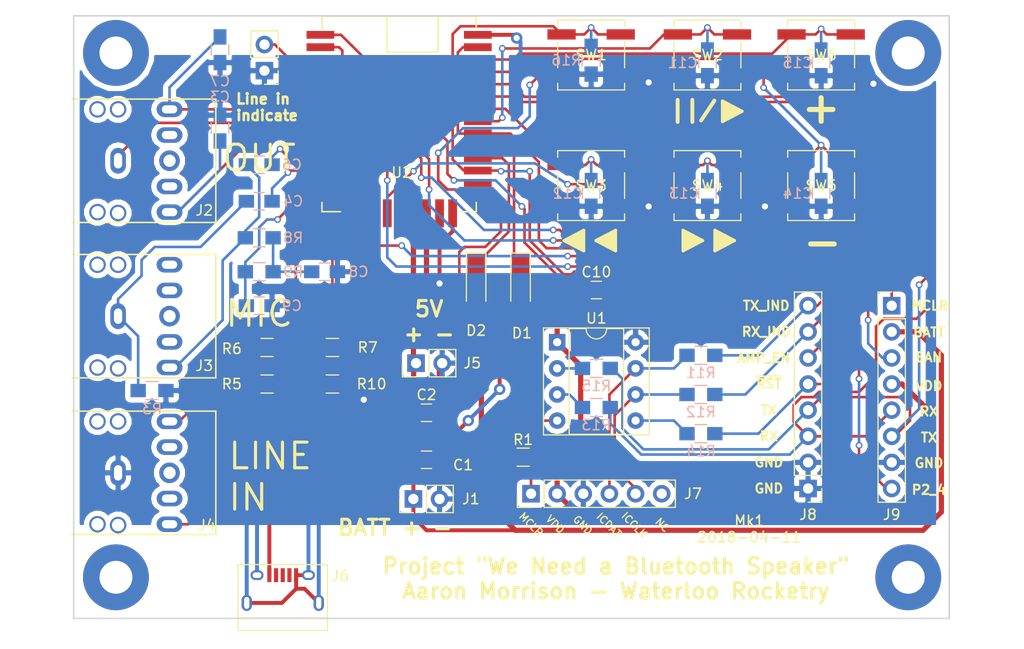
<source format=kicad_pcb>
(kicad_pcb (version 4) (host pcbnew 4.0.6)
  (layers (0 F.Cu signal) (31 B.Cu signal) (34 B.Paste user) (35 F.Paste user) (36 B.SilkS user) (37 F.SilkS user) (38 B.Mask user) (39 F.Mask user) (44 Edge.Cuts user))
  (net 0 "")
  (net 1 +BATT)
  (net 2 GND)
  (net 3 +5V)
  (net 4 "Net-(C3-Pad1)")
  (net 5 "Net-(C4-Pad1)")
  (net 6 "Net-(C4-Pad2)")
  (net 7 P3_0)
  (net 8 "Net-(C6-Pad1)")
  (net 9 "Net-(C6-Pad2)")
  (net 10 "Net-(C7-Pad2)")
  (net 11 "Net-(C8-Pad1)")
  (net 12 "Net-(C9-Pad1)")
  (net 13 Play/Pause)
  (net 14 Rev)
  (net 15 Fwd)
  (net 16 Vol-)
  (net 17 Vol+)
  (net 18 "Net-(J2-Pad1)")
  (net 19 "Net-(J2-Pad5)")
  (net 20 "Net-(J3-Pad5)")
  (net 21 "Net-(J3-Pad3)")
  (net 22 "Net-(J4-Pad5)")
  (net 23 "Net-(J4-Pad2)")
  (net 24 "Net-(J4-Pad3)")
  (net 25 "Net-(J6-Pad2)")
  (net 26 "Net-(J6-Pad3)")
  (net 27 "Net-(J6-Pad4)")
  (net 28 "Net-(J7-Pad1)")
  (net 29 "Net-(J7-Pad4)")
  (net 30 "Net-(J7-Pad5)")
  (net 31 "Net-(J7-Pad6)")
  (net 32 BM20_UART_RX)
  (net 33 BM20_UART_TX)
  (net 34 RST_N)
  (net 35 AMP_ENABLE)
  (net 36 MFB/RX_IND)
  (net 37 TX_IND)
  (net 38 P2_0)
  (net 39 EAN)
  (net 40 P2_4)
  (net 41 "Net-(R10-Pad2)")
  (net 42 "Net-(R6-Pad2)")
  (net 43 "Net-(R13-Pad1)")
  (net 44 "Net-(R14-Pad1)")
  (net 45 "Net-(R15-Pad1)")
  (net 46 SYS_PWR)
  (net 47 "Net-(U2-Pad19)")
  (net 48 "Net-(U2-Pad22)")
  (net 49 "Net-(U2-Pad17)")
  (net 50 "Net-(U2-Pad25)")
  (net 51 "Net-(D2-Pad1)")
  (net 52 "Net-(D1-Pad1)")
  (net 53 "Net-(U2-Pad6)")
  (net 54 "Net-(U2-Pad10)")
  (net 55 "Net-(J2-Pad6)")
  (net 56 "Net-(J3-Pad6)")
  (net 57 "Net-(J4-Pad6)")
  (module Buttons_Switches_SMD:SW_SPST_B3SL-1002P (layer F.Cu) (at 186.182 76.2)
    (fp_text reference SW1 (at 0 0) (layer F.SilkS))
    (fp_text value SW_Push)
    (pad 1 smd rect (at -2.875 -2) (size 2.75 1) (layers F.Cu F.Paste F.Mask) (net 36 MFB/RX_IND))
    (pad 1 smd rect (at 2.875 -2) (size 2.75 1) (layers F.Cu F.Paste F.Mask) (net 36 MFB/RX_IND))
    (pad 2 smd rect (at 2.875 2) (size 2.75 1) (layers F.Cu F.Paste F.Mask) (net 46 SYS_PWR))
    (pad 2 smd rect (at -2.875 2) (size 2.75 1) (layers F.Cu F.Paste F.Mask) (net 46 SYS_PWR))
  )
  (module Mounting_Holes:MountingHole_3.2mm_M3_Pad (layer F.Cu) (at 217 76)
    (fp_text reference REF** hide)
    (fp_text value MountingHole_3.2mm_M3_Pad)
    (pad 1 thru_hole circle (at 0 0) (size 6.4 6.4) (drill 3.2) (layers *.Cu *.Mask))
  )
  (module custom:SJ1-3525N (layer F.Cu) (at 140.208 86.487)
    (fp_text reference J2 (at 8.382 4.826) (layer F.SilkS))
    (fp_text value "Speaker Output")
    (pad 1 thru_hole oval (at 0 0) (size 1.5 2.5) (drill oval 0.8 1.5) (layers *.Cu *.Mask) (net 18 "Net-(J2-Pad1)"))
    (pad 3 thru_hole oval (at 5 -5) (size 2.5 1.5) (drill oval 1.5 0.8) (layers *.Cu *.Mask) (net 10 "Net-(C7-Pad2)"))
    (pad 6 thru_hole oval (at 5 -2.5) (size 2.5 1.5) (drill oval 1.5 0.8) (layers *.Cu *.Mask) (net 55 "Net-(J2-Pad6)"))
    (pad 5 thru_hole oval (at 5 2.5) (size 2.5 1.5) (drill oval 1.5 0.8) (layers *.Cu *.Mask) (net 19 "Net-(J2-Pad5)"))
    (pad 2 thru_hole oval (at 5 5) (size 2.5 1.5) (drill oval 1.5 0.8) (layers *.Cu *.Mask) (net 4 "Net-(C3-Pad1)"))
    (pad "" thru_hole circle (at 5 0) (size 2 2) (drill 1.2) (layers *.Cu *.Mask))
    (pad "" thru_hole circle (at 0 5.08) (size 1.6 1.6) (drill 1.2) (layers *.Cu *.Mask))
    (pad "" thru_hole circle (at -2 5) (size 1.6 1.6) (drill 1.2) (layers *.Cu *.Mask))
    (pad "" thru_hole circle (at -2 -5) (size 1.6 1.6) (drill 1.2) (layers *.Cu *.Mask))
    (pad "" thru_hole circle (at 0 -5) (size 1.6 1.6) (drill 1.2) (layers *.Cu *.Mask))
  )
  (module Mounting_Holes:MountingHole_3.2mm_M3_Pad (layer F.Cu) (at 140 76)
    (fp_text reference REF** hide)
    (fp_text value MountingHole_3.2mm_M3_Pad)
    (pad 1 thru_hole circle (at 0 0) (size 6.4 6.4) (drill 3.2) (layers *.Cu *.Mask))
  )
  (module Mounting_Holes:MountingHole_3.2mm_M3_Pad (layer F.Cu) (at 140 127)
    (fp_text reference REF** hide)
    (fp_text value MountingHole_3.2mm_M3_Pad)
    (pad 1 thru_hole circle (at 0 0) (size 6.4 6.4) (drill 3.2) (layers *.Cu *.Mask))
  )
  (module custom:BM20 (layer F.Cu) (at 160.02 91.44)
    (fp_text reference U2 (at 7.747 -3.81) (layer F.SilkS))
    (fp_text value BM20)
    (pad 23 smd rect (at 12.7 0.15) (size 0.85 2.7) (layers F.Cu F.Paste F.Mask) (net 2 GND))
    (pad 19 smd rect (at 7.62 0.15) (size 0.85 2.7) (layers F.Cu F.Paste F.Mask) (net 47 "Net-(U2-Pad19)"))
    (pad 20 smd rect (at 8.89 0.15) (size 0.85 2.7) (layers F.Cu F.Paste F.Mask) (net 3 +5V))
    (pad 22 smd rect (at 11.43 0.15) (size 0.85 2.7) (layers F.Cu F.Paste F.Mask) (net 48 "Net-(U2-Pad22)"))
    (pad 21 smd rect (at 10.16 0.15) (size 0.85 2.7) (layers F.Cu F.Paste F.Mask) (net 1 +BATT))
    (pad 17 smd rect (at 5.08 0.15) (size 0.85 2.7) (layers F.Cu F.Paste F.Mask) (net 49 "Net-(U2-Pad17)"))
    (pad 18 smd rect (at 6.35 0.15) (size 0.85 2.7) (layers F.Cu F.Paste F.Mask) (net 15 Fwd))
    (pad 16 smd rect (at 3.81 0.15) (size 0.85 2.7) (layers F.Cu F.Paste F.Mask) (net 34 RST_N))
    (pad 15 smd rect (at 2.54 0.15) (size 0.85 2.7) (layers F.Cu F.Paste F.Mask) (net 41 "Net-(R10-Pad2)"))
    (pad 24 smd rect (at 15.15 -1.6) (size 2.7 0.76) (layers F.Cu F.Paste F.Mask) (net 46 SYS_PWR))
    (pad 25 smd rect (at 15.15 -2.8) (size 2.7 0.76) (layers F.Cu F.Paste F.Mask) (net 50 "Net-(U2-Pad25)"))
    (pad 26 smd rect (at 15.15 -4) (size 2.7 0.76) (layers F.Cu F.Paste F.Mask) (net 36 MFB/RX_IND))
    (pad 27 smd rect (at 15.15 -5.2) (size 2.7 0.76) (layers F.Cu F.Paste F.Mask) (net 51 "Net-(D2-Pad1)"))
    (pad 31 smd rect (at 15.15 -10) (size 2.7 0.76) (layers F.Cu F.Paste F.Mask) (net 14 Rev))
    (pad 30 smd rect (at 15.15 -8.8) (size 2.7 0.76) (layers F.Cu F.Paste F.Mask) (net 13 Play/Pause))
    (pad 29 smd rect (at 15.15 -7.6) (size 2.7 0.76) (layers F.Cu F.Paste F.Mask) (net 40 P2_4))
    (pad 28 smd rect (at 15.15 -6.4) (size 2.7 0.76) (layers F.Cu F.Paste F.Mask) (net 52 "Net-(D1-Pad1)"))
    (pad 34 smd rect (at 15.15 -13.6) (size 2.7 0.76) (layers F.Cu F.Paste F.Mask) (net 16 Vol-))
    (pad 35 smd rect (at 15.15 -14.8) (size 2.7 0.76) (layers F.Cu F.Paste F.Mask) (net 17 Vol+))
    (pad 36 smd rect (at 15.15 -16) (size 2.7 0.76) (layers F.Cu F.Paste F.Mask) (net 40 P2_4))
    (pad 37 smd rect (at 15.15 -17.2) (size 2.7 0.76) (layers F.Cu F.Paste F.Mask) (net 2 GND))
    (pad 33 smd rect (at 15.15 -12.4) (size 2.7 0.76) (layers F.Cu F.Paste F.Mask) (net 32 BM20_UART_RX))
    (pad 32 smd rect (at 15.15 -11.2) (size 2.7 0.76) (layers F.Cu F.Paste F.Mask) (net 33 BM20_UART_TX))
    (pad 6 smd rect (at -0.15 -11.2) (size 2.7 0.76) (layers F.Cu F.Paste F.Mask) (net 53 "Net-(U2-Pad6)"))
    (pad 5 smd rect (at -0.15 -12.4) (size 2.7 0.76) (layers F.Cu F.Paste F.Mask) (net 35 AMP_ENABLE))
    (pad 1 smd rect (at -0.15 -17.2) (size 2.7 0.76) (layers F.Cu F.Paste F.Mask) (net 37 TX_IND))
    (pad 2 smd rect (at -0.15 -16) (size 2.7 0.76) (layers F.Cu F.Paste F.Mask) (net 39 EAN))
    (pad 3 smd rect (at -0.15 -14.8) (size 2.7 0.76) (layers F.Cu F.Paste F.Mask) (net 7 P3_0))
    (pad 4 smd rect (at -0.15 -13.6) (size 2.7 0.76) (layers F.Cu F.Paste F.Mask) (net 38 P2_0))
    (pad 10 smd rect (at -0.15 -6.4) (size 2.7 0.76) (layers F.Cu F.Paste F.Mask) (net 54 "Net-(U2-Pad10)"))
    (pad 9 smd rect (at -0.15 -7.6) (size 2.7 0.76) (layers F.Cu F.Paste F.Mask) (net 4 "Net-(C3-Pad1)"))
    (pad 8 smd rect (at -0.15 -8.8) (size 2.7 0.76) (layers F.Cu F.Paste F.Mask) (net 18 "Net-(J2-Pad1)"))
    (pad 7 smd rect (at -0.15 -10) (size 2.7 0.76) (layers F.Cu F.Paste F.Mask) (net 10 "Net-(C7-Pad2)"))
    (pad 11 smd rect (at -0.15 -5.2) (size 2.7 0.76) (layers F.Cu F.Paste F.Mask) (net 8 "Net-(C6-Pad1)"))
    (pad 12 smd rect (at -0.15 -4) (size 2.7 0.76) (layers F.Cu F.Paste F.Mask) (net 5 "Net-(C4-Pad1)"))
    (pad 13 smd rect (at -0.15 -2.8) (size 2.7 0.76) (layers F.Cu F.Paste F.Mask) (net 12 "Net-(C9-Pad1)"))
    (pad 14 smd rect (at -0.15 -1.6) (size 2.7 0.76) (layers F.Cu F.Paste F.Mask) (net 42 "Net-(R6-Pad2)"))
  )
  (module Capacitors_SMD:C_0805_HandSoldering (layer F.Cu) (at 170.18 115.57)
    (fp_text reference C1 (at 3.556 0.508) (layer F.SilkS))
    (fp_text value 10u)
    (pad 1 smd rect (at -1.25 0) (size 1.5 1.25) (layers F.Cu F.Paste F.Mask) (net 1 +BATT))
    (pad 2 smd rect (at 1.25 0) (size 1.5 1.25) (layers F.Cu F.Paste F.Mask) (net 2 GND))
  )
  (module Capacitors_SMD:C_0805_HandSoldering (layer F.Cu) (at 170.18 110.998)
    (fp_text reference C2 (at 0 -1.75) (layer F.SilkS))
    (fp_text value 10u)
    (pad 1 smd rect (at -1.25 0) (size 1.5 1.25) (layers F.Cu F.Paste F.Mask) (net 3 +5V))
    (pad 2 smd rect (at 1.25 0) (size 1.5 1.25) (layers F.Cu F.Paste F.Mask) (net 2 GND))
  )
  (module Capacitors_SMD:C_0805_HandSoldering (layer B.Cu) (at 150.114 83.312 90)
    (fp_text reference C3 (at 3.048 0 180) (layer B.SilkS) (effects (justify mirror)))
    (fp_text value NP)
    (pad 1 smd rect (at -1.25 0 90) (size 1.5 1.25) (layers B.Cu B.Paste B.Mask) (net 4 "Net-(C3-Pad1)"))
    (pad 2 smd rect (at 1.25 0 90) (size 1.5 1.25) (layers B.Cu B.Paste B.Mask) (net 2 GND))
  )
  (module Capacitors_SMD:C_0805_HandSoldering (layer B.Cu) (at 153.924 90.424 180)
    (fp_text reference C4 (at -3.302 0 180) (layer B.SilkS) (effects (justify mirror)))
    (fp_text value 1u)
    (pad 1 smd rect (at -1.25 0 180) (size 1.5 1.25) (layers B.Cu B.Paste B.Mask) (net 5 "Net-(C4-Pad1)"))
    (pad 2 smd rect (at 1.25 0 180) (size 1.5 1.25) (layers B.Cu B.Paste B.Mask) (net 6 "Net-(C4-Pad2)"))
  )
  (module Capacitors_SMD:C_0805_HandSoldering (layer B.Cu) (at 153.924 86.868 180)
    (fp_text reference C6 (at -3.175 0 180) (layer B.SilkS) (effects (justify mirror)))
    (fp_text value 1u)
    (pad 1 smd rect (at -1.25 0 180) (size 1.5 1.25) (layers B.Cu B.Paste B.Mask) (net 8 "Net-(C6-Pad1)"))
    (pad 2 smd rect (at 1.25 0 180) (size 1.5 1.25) (layers B.Cu B.Paste B.Mask) (net 9 "Net-(C6-Pad2)"))
  )
  (module Capacitors_SMD:C_0805_HandSoldering (layer B.Cu) (at 150.114 75.692 90)
    (fp_text reference C7 (at -3.048 0 360) (layer B.SilkS) (effects (justify mirror)))
    (fp_text value NP)
    (pad 1 smd rect (at -1.25 0 90) (size 1.5 1.25) (layers B.Cu B.Paste B.Mask) (net 2 GND))
    (pad 2 smd rect (at 1.25 0 90) (size 1.5 1.25) (layers B.Cu B.Paste B.Mask) (net 10 "Net-(C7-Pad2)"))
  )
  (module Capacitors_SMD:C_0805_HandSoldering (layer B.Cu) (at 160.274 97.282)
    (fp_text reference C8 (at 3.302 0) (layer B.SilkS) (effects (justify mirror)))
    (fp_text value 2.2u)
    (pad 1 smd rect (at -1.25 0) (size 1.5 1.25) (layers B.Cu B.Paste B.Mask) (net 11 "Net-(C8-Pad1)"))
    (pad 2 smd rect (at 1.25 0) (size 1.5 1.25) (layers B.Cu B.Paste B.Mask) (net 2 GND))
  )
  (module Capacitors_SMD:C_0805_HandSoldering (layer B.Cu) (at 153.924 100.584)
    (fp_text reference C9 (at 3.175 0) (layer B.SilkS) (effects (justify mirror)))
    (fp_text value 2.2u)
    (pad 1 smd rect (at -1.25 0) (size 1.5 1.25) (layers B.Cu B.Paste B.Mask) (net 12 "Net-(C9-Pad1)"))
    (pad 2 smd rect (at 1.25 0) (size 1.5 1.25) (layers B.Cu B.Paste B.Mask) (net 2 GND))
  )
  (module Capacitors_SMD:C_0805_HandSoldering (layer F.Cu) (at 186.69 99.06)
    (fp_text reference C10 (at 0 -1.75) (layer F.SilkS))
    (fp_text value 0.1u)
    (pad 1 smd rect (at -1.25 0) (size 1.5 1.25) (layers F.Cu F.Paste F.Mask) (net 3 +5V))
    (pad 2 smd rect (at 1.25 0) (size 1.5 1.25) (layers F.Cu F.Paste F.Mask) (net 2 GND))
  )
  (module Capacitors_SMD:C_0805_HandSoldering (layer B.Cu) (at 197.485 76.962 270)
    (fp_text reference C11 (at 0 2.413 360) (layer B.SilkS) (effects (justify mirror)))
    (fp_text value 15pf)
    (pad 1 smd rect (at -1.25 0 270) (size 1.5 1.25) (layers B.Cu B.Paste B.Mask) (net 13 Play/Pause))
    (pad 2 smd rect (at 1.25 0 270) (size 1.5 1.25) (layers B.Cu B.Paste B.Mask) (net 2 GND))
  )
  (module Capacitors_SMD:C_0805_HandSoldering (layer B.Cu) (at 186.182 89.662 270)
    (fp_text reference C12 (at 0 2.286 360) (layer B.SilkS) (effects (justify mirror)))
    (fp_text value 15pf)
    (pad 1 smd rect (at -1.25 0 270) (size 1.5 1.25) (layers B.Cu B.Paste B.Mask) (net 14 Rev))
    (pad 2 smd rect (at 1.25 0 270) (size 1.5 1.25) (layers B.Cu B.Paste B.Mask) (net 2 GND))
  )
  (module Capacitors_SMD:C_0805_HandSoldering (layer B.Cu) (at 197.485 89.662 270)
    (fp_text reference C13 (at 0 2.286 360) (layer B.SilkS) (effects (justify mirror)))
    (fp_text value 15pf)
    (pad 1 smd rect (at -1.25 0 270) (size 1.5 1.25) (layers B.Cu B.Paste B.Mask) (net 15 Fwd))
    (pad 2 smd rect (at 1.25 0 270) (size 1.5 1.25) (layers B.Cu B.Paste B.Mask) (net 2 GND))
  )
  (module Capacitors_SMD:C_0805_HandSoldering (layer B.Cu) (at 208.534 89.662 270)
    (fp_text reference C14 (at 0 2.286 360) (layer B.SilkS) (effects (justify mirror)))
    (fp_text value 15pf)
    (pad 1 smd rect (at -1.25 0 270) (size 1.5 1.25) (layers B.Cu B.Paste B.Mask) (net 16 Vol-))
    (pad 2 smd rect (at 1.25 0 270) (size 1.5 1.25) (layers B.Cu B.Paste B.Mask) (net 2 GND))
  )
  (module Capacitors_SMD:C_0805_HandSoldering (layer B.Cu) (at 208.534 76.962 270)
    (fp_text reference C15 (at 0 2.286 360) (layer B.SilkS) (effects (justify mirror)))
    (fp_text value 15pf)
    (pad 1 smd rect (at -1.25 0 270) (size 1.5 1.25) (layers B.Cu B.Paste B.Mask) (net 17 Vol+))
    (pad 2 smd rect (at 1.25 0 270) (size 1.5 1.25) (layers B.Cu B.Paste B.Mask) (net 2 GND))
  )
  (module Socket_Strips:Socket_Strip_Straight_1x02_Pitch2.54mm (layer F.Cu) (at 168.91 119.38 90)
    (fp_text reference J1 (at 0 5.588 180) (layer F.SilkS))
    (fp_text value BATT_CON)
    (pad 1 thru_hole rect (at 0 0 90) (size 1.7 1.7) (drill 1) (layers *.Cu *.Mask) (net 1 +BATT))
    (pad 2 thru_hole oval (at 0 2.54 90) (size 1.7 1.7) (drill 1) (layers *.Cu *.Mask) (net 2 GND))
  )
  (module Socket_Strips:Socket_Strip_Straight_1x02_Pitch2.54mm (layer F.Cu) (at 169.164 106.172 90)
    (fp_text reference J5 (at 0 5.461 180) (layer F.SilkS))
    (fp_text value 5V_IN)
    (pad 1 thru_hole rect (at 0 0 90) (size 1.7 1.7) (drill 1) (layers *.Cu *.Mask) (net 3 +5V))
    (pad 2 thru_hole oval (at 0 2.54 90) (size 1.7 1.7) (drill 1) (layers *.Cu *.Mask) (net 2 GND))
  )
  (module Connectors:USB_Micro-B (layer F.Cu) (at 156.21 128.143)
    (fp_text reference J6 (at 5.588 -1.27) (layer F.SilkS))
    (fp_text value USB_OTG)
    (pad 1 smd rect (at -1.3 -1.35 90) (size 1.35 0.4) (layers F.Cu F.Paste F.Mask) (net 3 +5V))
    (pad 2 smd rect (at -0.65 -1.35 90) (size 1.35 0.4) (layers F.Cu F.Paste F.Mask) (net 25 "Net-(J6-Pad2)"))
    (pad 3 smd rect (at 0 -1.35 90) (size 1.35 0.4) (layers F.Cu F.Paste F.Mask) (net 26 "Net-(J6-Pad3)"))
    (pad 4 smd rect (at 0.65 -1.35 90) (size 1.35 0.4) (layers F.Cu F.Paste F.Mask) (net 27 "Net-(J6-Pad4)"))
    (pad 5 smd rect (at 1.3 -1.35 90) (size 1.35 0.4) (layers F.Cu F.Paste F.Mask) (net 2 GND))
    (pad 6 thru_hole oval (at -2.5 -1.35 90) (size 0.95 1.25) (drill oval 0.55 0.85) (layers *.Cu *.Mask) (net 2 GND))
    (pad 6 thru_hole oval (at 2.5 -1.35 90) (size 0.95 1.25) (drill oval 0.55 0.85) (layers *.Cu *.Mask) (net 2 GND))
    (pad 6 thru_hole oval (at -3.5 1.35 90) (size 1.55 1) (drill oval 1.15 0.5) (layers *.Cu *.Mask) (net 2 GND))
    (pad 6 thru_hole oval (at 3.5 1.35 90) (size 1.55 1) (drill oval 1.15 0.5) (layers *.Cu *.Mask) (net 2 GND))
  )
  (module Socket_Strips:Socket_Strip_Straight_1x06_Pitch2.54mm (layer F.Cu) (at 180.34 118.872 90)
    (fp_text reference J7 (at 0 15.748 180) (layer F.SilkS))
    (fp_text value "PIC programming port")
    (pad 1 thru_hole rect (at 0 0 90) (size 1.7 1.7) (drill 1) (layers *.Cu *.Mask) (net 28 "Net-(J7-Pad1)"))
    (pad 2 thru_hole oval (at 0 2.54 90) (size 1.7 1.7) (drill 1) (layers *.Cu *.Mask) (net 3 +5V))
    (pad 3 thru_hole oval (at 0 5.08 90) (size 1.7 1.7) (drill 1) (layers *.Cu *.Mask) (net 2 GND))
    (pad 4 thru_hole oval (at 0 7.62 90) (size 1.7 1.7) (drill 1) (layers *.Cu *.Mask) (net 29 "Net-(J7-Pad4)"))
    (pad 5 thru_hole oval (at 0 10.16 90) (size 1.7 1.7) (drill 1) (layers *.Cu *.Mask) (net 30 "Net-(J7-Pad5)"))
    (pad 6 thru_hole oval (at 0 12.7 90) (size 1.7 1.7) (drill 1) (layers *.Cu *.Mask) (net 31 "Net-(J7-Pad6)"))
  )
  (module Socket_Strips:Socket_Strip_Straight_1x08_Pitch2.54mm (layer F.Cu) (at 207.264 118.364 180)
    (fp_text reference J8 (at 0 -2.54 180) (layer F.SilkS))
    (fp_text value "UART Control header")
    (pad 1 thru_hole rect (at 0 0 180) (size 1.7 1.7) (drill 1) (layers *.Cu *.Mask) (net 2 GND))
    (pad 2 thru_hole oval (at 0 2.54 180) (size 1.7 1.7) (drill 1) (layers *.Cu *.Mask) (net 2 GND))
    (pad 3 thru_hole oval (at 0 5.08 180) (size 1.7 1.7) (drill 1) (layers *.Cu *.Mask) (net 32 BM20_UART_RX))
    (pad 4 thru_hole oval (at 0 7.62 180) (size 1.7 1.7) (drill 1) (layers *.Cu *.Mask) (net 33 BM20_UART_TX))
    (pad 5 thru_hole oval (at 0 10.16 180) (size 1.7 1.7) (drill 1) (layers *.Cu *.Mask) (net 34 RST_N))
    (pad 6 thru_hole oval (at 0 12.7 180) (size 1.7 1.7) (drill 1) (layers *.Cu *.Mask) (net 35 AMP_ENABLE))
    (pad 7 thru_hole oval (at 0 15.24 180) (size 1.7 1.7) (drill 1) (layers *.Cu *.Mask) (net 36 MFB/RX_IND))
    (pad 8 thru_hole oval (at 0 17.78 180) (size 1.7 1.7) (drill 1) (layers *.Cu *.Mask) (net 37 TX_IND))
  )
  (module Socket_Strips:Socket_Strip_Straight_1x08_Pitch2.54mm (layer F.Cu) (at 215.392 100.584)
    (fp_text reference J9 (at 0 20.32) (layer F.SilkS))
    (fp_text value "Debug header")
    (pad 1 thru_hole rect (at 0 0) (size 1.7 1.7) (drill 1) (layers *.Cu *.Mask) (net 38 P2_0))
    (pad 2 thru_hole oval (at 0 2.54) (size 1.7 1.7) (drill 1) (layers *.Cu *.Mask) (net 1 +BATT))
    (pad 3 thru_hole oval (at 0 5.08) (size 1.7 1.7) (drill 1) (layers *.Cu *.Mask) (net 39 EAN))
    (pad 4 thru_hole oval (at 0 7.62) (size 1.7 1.7) (drill 1) (layers *.Cu *.Mask) (net 3 +5V))
    (pad 5 thru_hole oval (at 0 10.16) (size 1.7 1.7) (drill 1) (layers *.Cu *.Mask) (net 32 BM20_UART_RX))
    (pad 6 thru_hole oval (at 0 12.7) (size 1.7 1.7) (drill 1) (layers *.Cu *.Mask) (net 33 BM20_UART_TX))
    (pad 7 thru_hole oval (at 0 15.24) (size 1.7 1.7) (drill 1) (layers *.Cu *.Mask) (net 2 GND))
    (pad 8 thru_hole oval (at 0 17.78) (size 1.7 1.7) (drill 1) (layers *.Cu *.Mask) (net 40 P2_4))
  )
  (module Resistors_SMD:R_0805_HandSoldering (layer B.Cu) (at 143.51 108.839 180)
    (fp_text reference R3 (at 0 -1.778 180) (layer B.SilkS) (effects (justify mirror)))
    (fp_text value 2K)
    (pad 1 smd rect (at -1.35 0 180) (size 1.5 1.3) (layers B.Cu B.Paste B.Mask) (net 2 GND))
    (pad 2 smd rect (at 1.35 0 180) (size 1.5 1.3) (layers B.Cu B.Paste B.Mask) (net 6 "Net-(C4-Pad2)"))
  )
  (module Resistors_SMD:R_0805_HandSoldering (layer F.Cu) (at 154.686 108.204)
    (fp_text reference R5 (at -3.429 0) (layer F.SilkS))
    (fp_text value 0)
    (pad 1 smd rect (at -1.35 0) (size 1.5 1.3) (layers F.Cu F.Paste F.Mask) (net 23 "Net-(J4-Pad2)"))
    (pad 2 smd rect (at 1.35 0) (size 1.5 1.3) (layers F.Cu F.Paste F.Mask) (net 41 "Net-(R10-Pad2)"))
  )
  (module Resistors_SMD:R_0805_HandSoldering (layer F.Cu) (at 154.686 104.648)
    (fp_text reference R6 (at -3.429 0.127) (layer F.SilkS))
    (fp_text value 0)
    (pad 1 smd rect (at -1.35 0) (size 1.5 1.3) (layers F.Cu F.Paste F.Mask) (net 24 "Net-(J4-Pad3)"))
    (pad 2 smd rect (at 1.35 0) (size 1.5 1.3) (layers F.Cu F.Paste F.Mask) (net 42 "Net-(R6-Pad2)"))
  )
  (module Resistors_SMD:R_0805_HandSoldering (layer F.Cu) (at 161.036 104.648)
    (fp_text reference R7 (at 3.429 0) (layer F.SilkS))
    (fp_text value NP)
    (pad 1 smd rect (at -1.35 0) (size 1.5 1.3) (layers F.Cu F.Paste F.Mask) (net 42 "Net-(R6-Pad2)"))
    (pad 2 smd rect (at 1.35 0) (size 1.5 1.3) (layers F.Cu F.Paste F.Mask) (net 2 GND))
  )
  (module Resistors_SMD:R_0805_HandSoldering (layer B.Cu) (at 153.924 93.98)
    (fp_text reference R8 (at 3.302 0) (layer B.SilkS) (effects (justify mirror)))
    (fp_text value 1K)
    (pad 1 smd rect (at -1.35 0) (size 1.5 1.3) (layers B.Cu B.Paste B.Mask) (net 9 "Net-(C6-Pad2)"))
    (pad 2 smd rect (at 1.35 0) (size 1.5 1.3) (layers B.Cu B.Paste B.Mask) (net 11 "Net-(C8-Pad1)"))
  )
  (module Resistors_SMD:R_0805_HandSoldering (layer B.Cu) (at 153.924 97.282 180)
    (fp_text reference R9 (at -3.302 0 180) (layer B.SilkS) (effects (justify mirror)))
    (fp_text value 1K)
    (pad 1 smd rect (at -1.35 0 180) (size 1.5 1.3) (layers B.Cu B.Paste B.Mask) (net 11 "Net-(C8-Pad1)"))
    (pad 2 smd rect (at 1.35 0 180) (size 1.5 1.3) (layers B.Cu B.Paste B.Mask) (net 12 "Net-(C9-Pad1)"))
  )
  (module Resistors_SMD:R_0805_HandSoldering (layer F.Cu) (at 161.036 108.204 180)
    (fp_text reference R10 (at -3.81 0 180) (layer F.SilkS))
    (fp_text value NP)
    (pad 1 smd rect (at -1.35 0 180) (size 1.5 1.3) (layers F.Cu F.Paste F.Mask) (net 2 GND))
    (pad 2 smd rect (at 1.35 0 180) (size 1.5 1.3) (layers F.Cu F.Paste F.Mask) (net 41 "Net-(R10-Pad2)"))
  )
  (module Resistors_SMD:R_0805_HandSoldering (layer B.Cu) (at 196.85 105.41)
    (fp_text reference R11 (at 0 1.7) (layer B.SilkS) (effects (justify mirror)))
    (fp_text value 0)
    (pad 1 smd rect (at -1.35 0) (size 1.5 1.3) (layers B.Cu B.Paste B.Mask) (net 29 "Net-(J7-Pad4)"))
    (pad 2 smd rect (at 1.35 0) (size 1.5 1.3) (layers B.Cu B.Paste B.Mask) (net 37 TX_IND))
  )
  (module Resistors_SMD:R_0805_HandSoldering (layer B.Cu) (at 196.85 109.22)
    (fp_text reference R12 (at 0 1.7) (layer B.SilkS) (effects (justify mirror)))
    (fp_text value 0)
    (pad 1 smd rect (at -1.35 0) (size 1.5 1.3) (layers B.Cu B.Paste B.Mask) (net 30 "Net-(J7-Pad5)"))
    (pad 2 smd rect (at 1.35 0) (size 1.5 1.3) (layers B.Cu B.Paste B.Mask) (net 36 MFB/RX_IND))
  )
  (module Resistors_SMD:R_0805_HandSoldering (layer B.Cu) (at 186.69 110.49)
    (fp_text reference R13 (at 0 1.7) (layer B.SilkS) (effects (justify mirror)))
    (fp_text value 0)
    (pad 1 smd rect (at -1.35 0) (size 1.5 1.3) (layers B.Cu B.Paste B.Mask) (net 43 "Net-(R13-Pad1)"))
    (pad 2 smd rect (at 1.35 0) (size 1.5 1.3) (layers B.Cu B.Paste B.Mask) (net 32 BM20_UART_RX))
  )
  (module Resistors_SMD:R_0805_HandSoldering (layer B.Cu) (at 196.85 113.03)
    (fp_text reference R14 (at 0 1.7) (layer B.SilkS) (effects (justify mirror)))
    (fp_text value 0)
    (pad 1 smd rect (at -1.35 0) (size 1.5 1.3) (layers B.Cu B.Paste B.Mask) (net 44 "Net-(R14-Pad1)"))
    (pad 2 smd rect (at 1.35 0) (size 1.5 1.3) (layers B.Cu B.Paste B.Mask) (net 34 RST_N))
  )
  (module Resistors_SMD:R_0805_HandSoldering (layer B.Cu) (at 186.69 106.68)
    (fp_text reference R15 (at 0 1.7) (layer B.SilkS) (effects (justify mirror)))
    (fp_text value 0)
    (pad 1 smd rect (at -1.35 0) (size 1.5 1.3) (layers B.Cu B.Paste B.Mask) (net 45 "Net-(R15-Pad1)"))
    (pad 2 smd rect (at 1.35 0) (size 1.5 1.3) (layers B.Cu B.Paste B.Mask) (net 33 BM20_UART_TX))
  )
  (module Resistors_SMD:R_0805_HandSoldering (layer B.Cu) (at 186.182 76.708 270)
    (fp_text reference R16 (at 0 2.413 360) (layer B.SilkS) (effects (justify mirror)))
    (fp_text value 1K)
    (pad 1 smd rect (at -1.35 0 270) (size 1.5 1.3) (layers B.Cu B.Paste B.Mask) (net 36 MFB/RX_IND))
    (pad 2 smd rect (at 1.35 0 270) (size 1.5 1.3) (layers B.Cu B.Paste B.Mask) (net 2 GND))
  )
  (module Buttons_Switches_SMD:SW_SPST_B3SL-1002P (layer F.Cu) (at 197.485 76.2)
    (fp_text reference SW2 (at 0 0) (layer F.SilkS))
    (fp_text value SW_Push)
    (pad 1 smd rect (at -2.875 -2) (size 2.75 1) (layers F.Cu F.Paste F.Mask) (net 13 Play/Pause))
    (pad 1 smd rect (at 2.875 -2) (size 2.75 1) (layers F.Cu F.Paste F.Mask) (net 13 Play/Pause))
    (pad 2 smd rect (at 2.875 2) (size 2.75 1) (layers F.Cu F.Paste F.Mask) (net 2 GND))
    (pad 2 smd rect (at -2.875 2) (size 2.75 1) (layers F.Cu F.Paste F.Mask) (net 2 GND))
  )
  (module Buttons_Switches_SMD:SW_SPST_B3SL-1002P (layer F.Cu) (at 186.182 88.9)
    (fp_text reference SW3 (at 0 0) (layer F.SilkS))
    (fp_text value SW_Push)
    (pad 1 smd rect (at -2.875 -2) (size 2.75 1) (layers F.Cu F.Paste F.Mask) (net 14 Rev))
    (pad 1 smd rect (at 2.875 -2) (size 2.75 1) (layers F.Cu F.Paste F.Mask) (net 14 Rev))
    (pad 2 smd rect (at 2.875 2) (size 2.75 1) (layers F.Cu F.Paste F.Mask) (net 2 GND))
    (pad 2 smd rect (at -2.875 2) (size 2.75 1) (layers F.Cu F.Paste F.Mask) (net 2 GND))
  )
  (module Buttons_Switches_SMD:SW_SPST_B3SL-1002P (layer F.Cu) (at 197.485 88.9)
    (fp_text reference SW4 (at 0 0) (layer F.SilkS))
    (fp_text value SW_Push)
    (pad 1 smd rect (at -2.875 -2) (size 2.75 1) (layers F.Cu F.Paste F.Mask) (net 15 Fwd))
    (pad 1 smd rect (at 2.875 -2) (size 2.75 1) (layers F.Cu F.Paste F.Mask) (net 15 Fwd))
    (pad 2 smd rect (at 2.875 2) (size 2.75 1) (layers F.Cu F.Paste F.Mask) (net 2 GND))
    (pad 2 smd rect (at -2.875 2) (size 2.75 1) (layers F.Cu F.Paste F.Mask) (net 2 GND))
  )
  (module Buttons_Switches_SMD:SW_SPST_B3SL-1002P (layer F.Cu) (at 208.534 88.9)
    (fp_text reference SW5 (at 0 0) (layer F.SilkS))
    (fp_text value SW_Push)
    (pad 1 smd rect (at -2.875 -2) (size 2.75 1) (layers F.Cu F.Paste F.Mask) (net 16 Vol-))
    (pad 1 smd rect (at 2.875 -2) (size 2.75 1) (layers F.Cu F.Paste F.Mask) (net 16 Vol-))
    (pad 2 smd rect (at 2.875 2) (size 2.75 1) (layers F.Cu F.Paste F.Mask) (net 2 GND))
    (pad 2 smd rect (at -2.875 2) (size 2.75 1) (layers F.Cu F.Paste F.Mask) (net 2 GND))
  )
  (module Buttons_Switches_SMD:SW_SPST_B3SL-1002P (layer F.Cu) (at 208.534 76.2)
    (fp_text reference SW6 (at 0 0) (layer F.SilkS))
    (fp_text value SW_Push)
    (pad 1 smd rect (at -2.875 -2) (size 2.75 1) (layers F.Cu F.Paste F.Mask) (net 17 Vol+))
    (pad 1 smd rect (at 2.875 -2) (size 2.75 1) (layers F.Cu F.Paste F.Mask) (net 17 Vol+))
    (pad 2 smd rect (at 2.875 2) (size 2.75 1) (layers F.Cu F.Paste F.Mask) (net 2 GND))
    (pad 2 smd rect (at -2.875 2) (size 2.75 1) (layers F.Cu F.Paste F.Mask) (net 2 GND))
  )
  (module Housings_DIP:DIP-8_W7.62mm_Socket (layer F.Cu) (at 182.88 104.14)
    (fp_text reference U1 (at 3.81 -2.33) (layer F.SilkS))
    (fp_text value PIC12F675-I/P)
    (pad 1 thru_hole rect (at 0 0) (size 1.6 1.6) (drill 0.8) (layers *.Cu *.Mask) (net 3 +5V))
    (pad 5 thru_hole oval (at 7.62 7.62) (size 1.6 1.6) (drill 0.8) (layers *.Cu *.Mask) (net 44 "Net-(R14-Pad1)"))
    (pad 2 thru_hole oval (at 0 2.54) (size 1.6 1.6) (drill 0.8) (layers *.Cu *.Mask) (net 45 "Net-(R15-Pad1)"))
    (pad 6 thru_hole oval (at 7.62 5.08) (size 1.6 1.6) (drill 0.8) (layers *.Cu *.Mask) (net 30 "Net-(J7-Pad5)"))
    (pad 3 thru_hole oval (at 0 5.08) (size 1.6 1.6) (drill 0.8) (layers *.Cu *.Mask) (net 43 "Net-(R13-Pad1)"))
    (pad 7 thru_hole oval (at 7.62 2.54) (size 1.6 1.6) (drill 0.8) (layers *.Cu *.Mask) (net 29 "Net-(J7-Pad4)"))
    (pad 4 thru_hole oval (at 0 7.62) (size 1.6 1.6) (drill 0.8) (layers *.Cu *.Mask) (net 28 "Net-(J7-Pad1)"))
    (pad 8 thru_hole oval (at 7.62 0) (size 1.6 1.6) (drill 0.8) (layers *.Cu *.Mask) (net 2 GND))
  )
  (module Resistors_SMD:R_0805_HandSoldering (layer F.Cu) (at 179.578 115.316)
    (fp_text reference R1 (at 0 -1.7) (layer F.SilkS))
    (fp_text value 10K)
    (pad 1 smd rect (at -1.35 0) (size 1.5 1.3) (layers F.Cu F.Paste F.Mask) (net 28 "Net-(J7-Pad1)"))
    (pad 2 smd rect (at 1.35 0) (size 1.5 1.3) (layers F.Cu F.Paste F.Mask) (net 3 +5V))
  )
  (module LEDs:LED_1206_HandSoldering (layer F.Cu) (at 179.324 98.552 270)
    (fp_text reference D1 (at 4.699 -0.127 360) (layer F.SilkS))
    (fp_text value LED_Small)
    (pad 1 smd rect (at -2 0 270) (size 2 1.7) (layers F.Cu F.Paste F.Mask) (net 52 "Net-(D1-Pad1)"))
    (pad 2 smd rect (at 2 0 270) (size 2 1.7) (layers F.Cu F.Paste F.Mask) (net 46 SYS_PWR))
  )
  (module LEDs:LED_1206_HandSoldering (layer F.Cu) (at 175.006 98.552 270)
    (fp_text reference D2 (at 4.445 0 360) (layer F.SilkS))
    (fp_text value LED_Small)
    (pad 1 smd rect (at -2 0 270) (size 2 1.7) (layers F.Cu F.Paste F.Mask) (net 51 "Net-(D2-Pad1)"))
    (pad 2 smd rect (at 2 0 270) (size 2 1.7) (layers F.Cu F.Paste F.Mask) (net 46 SYS_PWR))
  )
  (module custom:SJ1-3525N (layer F.Cu) (at 140.208 101.6)
    (fp_text reference J3 (at 8.382 4.826) (layer F.SilkS))
    (fp_text value "Mic Input")
    (pad 1 thru_hole oval (at 0 0) (size 1.5 2.5) (drill oval 0.8 1.5) (layers *.Cu *.Mask) (net 6 "Net-(C4-Pad2)"))
    (pad 3 thru_hole oval (at 5 -5) (size 2.5 1.5) (drill oval 1.5 0.8) (layers *.Cu *.Mask) (net 21 "Net-(J3-Pad3)"))
    (pad 6 thru_hole oval (at 5 -2.5) (size 2.5 1.5) (drill oval 1.5 0.8) (layers *.Cu *.Mask) (net 56 "Net-(J3-Pad6)"))
    (pad 5 thru_hole oval (at 5 2.5) (size 2.5 1.5) (drill oval 1.5 0.8) (layers *.Cu *.Mask) (net 20 "Net-(J3-Pad5)"))
    (pad 2 thru_hole oval (at 5 5) (size 2.5 1.5) (drill oval 1.5 0.8) (layers *.Cu *.Mask) (net 9 "Net-(C6-Pad2)"))
    (pad "" thru_hole circle (at 5 0) (size 2 2) (drill 1.2) (layers *.Cu *.Mask))
    (pad "" thru_hole circle (at 0 5.08) (size 1.6 1.6) (drill 1.2) (layers *.Cu *.Mask))
    (pad "" thru_hole circle (at -2 5) (size 1.6 1.6) (drill 1.2) (layers *.Cu *.Mask))
    (pad "" thru_hole circle (at -2 -5) (size 1.6 1.6) (drill 1.2) (layers *.Cu *.Mask))
    (pad "" thru_hole circle (at 0 -5) (size 1.6 1.6) (drill 1.2) (layers *.Cu *.Mask))
  )
  (module custom:SJ1-3525N (layer F.Cu) (at 140.208 116.84)
    (fp_text reference J4 (at 8.636 5.08) (layer F.SilkS))
    (fp_text value "Line Input")
    (pad 1 thru_hole oval (at 0 0) (size 1.5 2.5) (drill oval 0.8 1.5) (layers *.Cu *.Mask) (net 2 GND))
    (pad 3 thru_hole oval (at 5 -5) (size 2.5 1.5) (drill oval 1.5 0.8) (layers *.Cu *.Mask) (net 24 "Net-(J4-Pad3)"))
    (pad 6 thru_hole oval (at 5 -2.5) (size 2.5 1.5) (drill oval 1.5 0.8) (layers *.Cu *.Mask) (net 57 "Net-(J4-Pad6)"))
    (pad 5 thru_hole oval (at 5 2.5) (size 2.5 1.5) (drill oval 1.5 0.8) (layers *.Cu *.Mask) (net 22 "Net-(J4-Pad5)"))
    (pad 2 thru_hole oval (at 5 5) (size 2.5 1.5) (drill oval 1.5 0.8) (layers *.Cu *.Mask) (net 23 "Net-(J4-Pad2)"))
    (pad "" thru_hole circle (at 5 0) (size 2 2) (drill 1.2) (layers *.Cu *.Mask))
    (pad "" thru_hole circle (at 0 5.08) (size 1.6 1.6) (drill 1.2) (layers *.Cu *.Mask))
    (pad "" thru_hole circle (at -2 5) (size 1.6 1.6) (drill 1.2) (layers *.Cu *.Mask))
    (pad "" thru_hole circle (at -2 -5) (size 1.6 1.6) (drill 1.2) (layers *.Cu *.Mask))
    (pad "" thru_hole circle (at 0 -5) (size 1.6 1.6) (drill 1.2) (layers *.Cu *.Mask))
  )
  (module Pin_Headers:Pin_Header_Straight_1x02_Pitch2.54mm (layer F.Cu) (at 154.432 77.724 180)
    (fp_text reference JP1 hide)
    (fp_text value Jumper)
    (pad 1 thru_hole rect (at 0 0 180) (size 1.7 1.7) (drill 1) (layers *.Cu *.Mask) (net 2 GND))
    (pad 2 thru_hole oval (at 0 2.54 180) (size 1.7 1.7) (drill 1) (layers *.Cu *.Mask) (net 7 P3_0))
  )
  (module Mounting_Holes:MountingHole_3.2mm_M3_Pad (layer F.Cu) (at 217 127)
    (fp_text reference REF** hide)
    (fp_text value MountingHole_3.2mm_M3_Pad)
    (pad 1 thru_hole circle (at 0 0) (size 6.4 6.4) (drill 3.2) (layers *.Cu *.Mask))
  )
  (gr_text "Mk1\n2018-04-11" (at 201.549 122.301) (layer F.SilkS) (effects (font (size 1 1))))
  (gr_text "Project \"We Need a Bluetooth Speaker\"\nAaron Morrison - Waterloo Rocketry\n" (at 188.595 127.127) (layer F.SilkS) (effects (font (size 1.5 1.5) (thickness 0.3))))
  (gr_text "►►\n" (at 197.612 93.98) (layer F.SilkS) (effects (font (size 3.5 2.5) (thickness 0.3))))
  (gr_text "BATT + -" (at 167.132 122.174) (layer F.SilkS) (effects (font (size 1.5 1.5) (thickness 0.3))))
  (gr_text " 5V \n+ -" (at 170.434 102.108) (layer F.SilkS) (effects (font (size 1.5 1.5) (thickness 0.3))))
  (gr_text "Line in \nindicate" (at 154.686 81.28) (layer F.SilkS) (effects (font (size 1 1) (thickness 0.25))))
  (gr_text "LINE \nIN" (at 150.749 117.221) (layer F.SilkS) (effects (font (size 2.5 2.5) (thickness 0.3)) (justify left)))
  (gr_text OUT (at 153.924 86.233) (layer F.SilkS) (effects (font (size 2.5 2.5) (thickness 0.3))))
  (gr_text MIC (at 153.924 101.346) (layer F.SilkS) (effects (font (size 2.5 2.5) (thickness 0.3))))
  (gr_text TX_IND (at 203.2 100.584) (layer F.SilkS) (effects (font (size 0.9 0.9) (thickness 0.2))))
  (gr_text RX_IND (at 203.2 103.124) (layer F.SilkS) (effects (font (size 0.9 0.9) (thickness 0.2))))
  (gr_text AMP_EN (at 202.946 105.664) (layer F.SilkS) (effects (font (size 0.9 0.9) (thickness 0.2))))
  (gr_text ~RST~ (at 203.454 108.204) (layer F.SilkS) (effects (font (size 0.9 0.9) (thickness 0.2))))
  (gr_text TX (at 203.454 110.744) (layer F.SilkS) (effects (font (size 0.9 0.9) (thickness 0.2))))
  (gr_text RX (at 203.454 113.284) (layer F.SilkS) (effects (font (size 0.9 0.9) (thickness 0.2))))
  (gr_text GND (at 203.454 115.824) (layer F.SilkS) (effects (font (size 0.9 0.9) (thickness 0.2))))
  (gr_text GND (at 203.454 118.364) (layer F.SilkS) (effects (font (size 0.9 0.9) (thickness 0.2))))
  (gr_text P2_4 (at 219.0115 118.491) (layer F.SilkS) (effects (font (size 0.9 0.9) (thickness 0.2))))
  (gr_text GND (at 219.0115 115.8875) (layer F.SilkS) (effects (font (size 0.9 0.9) (thickness 0.2))))
  (gr_text TX (at 219.0115 113.411) (layer F.SilkS) (effects (font (size 0.9 0.9) (thickness 0.2))))
  (gr_text RX (at 219.0115 110.871) (layer F.SilkS) (effects (font (size 0.9 0.9) (thickness 0.2))))
  (gr_text VDD (at 219.0115 108.3945) (layer F.SilkS) (effects (font (size 0.9 0.9) (thickness 0.2))))
  (gr_text EAN (at 219.0115 105.6005) (layer F.SilkS) (effects (font (size 0.9 0.9) (thickness 0.2))))
  (gr_text BATT (at 219.0115 103.1875) (layer F.SilkS) (effects (font (size 0.9 0.9) (thickness 0.2))))
  (gr_text MCLR (at 219.075 100.584) (layer F.SilkS) (effects (font (size 0.9 0.9) (thickness 0.2))))
  (gr_text NC (at 193.1035 121.92 315) (layer F.SilkS) (effects (font (size 0.7 0.7) (thickness 0.125))))
  (gr_text ICCLK (at 190.373 121.92 315) (layer F.SilkS) (effects (font (size 0.7 0.7) (thickness 0.125))))
  (gr_text ICDAT (at 187.8965 121.92 315) (layer F.SilkS) (effects (font (size 0.7 0.7) (thickness 0.125))))
  (gr_text GND (at 185.3565 121.92 315) (layer F.SilkS) (effects (font (size 0.7 0.7) (thickness 0.125))))
  (gr_text VDD (at 182.6895 121.8565 315) (layer F.SilkS) (effects (font (size 0.7 0.7) (thickness 0.125))))
  (gr_text MCLR (at 180.34 121.8565 315) (layer F.SilkS) (effects (font (size 0.7 0.7) (thickness 0.125))))
  (gr_text - (at 208.661 94.361) (layer F.SilkS) (effects (font (size 3 3) (thickness 0.5))))
  (gr_text + (at 208.534 81.28) (layer F.SilkS) (effects (font (size 3 3) (thickness 0.5))))
  (gr_text "►\n" (at 199.898 81.407) (layer F.SilkS) (effects (font (size 3.5 2.5) (thickness 0.3))))
  (gr_text "►►\n" (at 186.055 93.98) (layer F.SilkS) (effects (font (size 3.5 2.5) (thickness 0.3)) (justify mirror)))
  (gr_text ||/ (at 196.088 81.534) (layer F.SilkS) (effects (font (size 1.5 1.5) (thickness 0.375))))
  (gr_line (start 135.89 131) (end 135.89 72.39) (angle 90) (layer Edge.Cuts) (width 0.15))
  (gr_line (start 220.98 131) (end 135.89 131) (angle 90) (layer Edge.Cuts) (width 0.15))
  (gr_line (start 220.98 72.39) (end 220.98 131) (angle 90) (layer Edge.Cuts) (width 0.15))
  (gr_line (start 135.89 72.39) (end 220.98 72.39) (angle 90) (layer Edge.Cuts) (width 0.15))
  (segment (start 168.91 119.38) (end 168.91 121.158) (width 0.381) (layer F.Cu) (net 1))
  (segment (start 170.18 122.428) (end 178.816 122.428) (width 0.381) (layer F.Cu) (net 1))
  (segment (start 168.91 121.158) (end 170.18 122.428) (width 0.381) (layer F.Cu) (net 1))
  (segment (start 168.91 119.38) (end 168.91 115.59) (width 0.381) (layer F.Cu) (net 1))
  (segment (start 168.91 115.59) (end 168.93 115.57) (width 0.381) (layer F.Cu) (net 1))
  (segment (start 170.18 91.59) (end 170.18 102.108) (width 0.508) (layer F.Cu) (net 1))
  (segment (start 175.514 107.442) (end 175.514 119.126) (width 0.508) (layer F.Cu) (net 1))
  (segment (start 175.514 119.126) (end 178.816 122.428) (width 0.508) (layer F.Cu) (net 1))
  (segment (start 170.18 102.108) (end 175.514 107.442) (width 0.508) (layer F.Cu) (net 1))
  (segment (start 215.392 103.124) (end 217.932 103.124) (width 0.508) (layer F.Cu) (net 1))
  (segment (start 220.218 105.41) (end 220.218 120.65) (width 0.508) (layer F.Cu) (net 1))
  (segment (start 220.218 120.65) (end 218.44 122.428) (width 0.508) (layer F.Cu) (net 1))
  (segment (start 218.44 122.428) (end 178.816 122.428) (width 0.508) (layer F.Cu) (net 1))
  (segment (start 217.932 103.124) (end 220.218 105.41) (width 0.508) (layer F.Cu) (net 1))
  (segment (start 172.72 91.59) (end 172.72 93.345) (width 0.381) (layer F.Cu) (net 2))
  (via (at 171.45 98.425) (size 1.1) (drill 0.6) (layers F.Cu B.Cu) (net 2))
  (segment (start 171.45 94.615) (end 171.45 98.425) (width 0.381) (layer F.Cu) (net 2))
  (segment (start 172.72 93.345) (end 171.45 94.615) (width 0.381) (layer F.Cu) (net 2))
  (segment (start 175.17 74.24) (end 178.634 74.24) (width 0.381) (layer F.Cu) (net 2))
  (segment (start 179.324 74.93) (end 179.324 76.962) (width 0.381) (layer B.Cu) (net 2))
  (segment (start 178.943 74.549) (end 179.324 74.93) (width 0.381) (layer B.Cu) (net 2))
  (via (at 178.943 74.549) (size 1.1) (drill 0.6) (layers F.Cu B.Cu) (net 2))
  (segment (start 178.634 74.24) (end 178.943 74.549) (width 0.381) (layer F.Cu) (net 2))
  (segment (start 171.45 119.38) (end 171.45 115.59) (width 0.381) (layer F.Cu) (net 2))
  (segment (start 171.45 115.59) (end 171.43 115.57) (width 0.381) (layer F.Cu) (net 2))
  (segment (start 194.61 78.2) (end 192.437 78.2) (width 0.381) (layer F.Cu) (net 2))
  (via (at 191.77 78.867) (size 1.1) (drill 0.6) (layers F.Cu B.Cu) (net 2))
  (segment (start 192.437 78.2) (end 191.77 78.867) (width 0.381) (layer F.Cu) (net 2))
  (segment (start 194.61 78.2) (end 200.36 78.2) (width 0.381) (layer F.Cu) (net 2))
  (segment (start 205.659 78.2) (end 211.409 78.2) (width 0.381) (layer F.Cu) (net 2))
  (segment (start 211.409 78.2) (end 211.441 78.232) (width 0.381) (layer F.Cu) (net 2))
  (segment (start 211.441 78.232) (end 212.852 78.232) (width 0.381) (layer F.Cu) (net 2))
  (segment (start 212.852 78.232) (end 213.614 78.994) (width 0.381) (layer F.Cu) (net 2))
  (via (at 213.614 78.994) (size 1.1) (drill 0.6) (layers F.Cu B.Cu) (net 2))
  (segment (start 211.409 90.9) (end 205.659 90.9) (width 0.381) (layer F.Cu) (net 2))
  (segment (start 205.659 90.9) (end 205.627 90.932) (width 0.381) (layer F.Cu) (net 2))
  (segment (start 205.627 90.932) (end 203.073 90.932) (width 0.381) (layer F.Cu) (net 2))
  (segment (start 200.36 90.9) (end 203.041 90.9) (width 0.381) (layer F.Cu) (net 2))
  (via (at 203.073 90.932) (size 1.1) (drill 0.6) (layers F.Cu B.Cu) (net 2))
  (segment (start 203.041 90.9) (end 203.073 90.932) (width 0.381) (layer F.Cu) (net 2))
  (segment (start 200.36 90.9) (end 194.61 90.9) (width 0.381) (layer F.Cu) (net 2))
  (segment (start 194.61 90.9) (end 191.802 90.9) (width 0.381) (layer F.Cu) (net 2))
  (segment (start 191.738 90.9) (end 191.77 90.932) (width 0.381) (layer F.Cu) (net 2))
  (via (at 191.77 90.932) (size 1.1) (drill 0.6) (layers F.Cu B.Cu) (net 2))
  (segment (start 191.738 90.9) (end 189.057 90.9) (width 0.381) (layer F.Cu) (net 2))
  (segment (start 191.802 90.9) (end 191.77 90.932) (width 0.381) (layer F.Cu) (net 2))
  (segment (start 183.307 90.9) (end 189.057 90.9) (width 0.381) (layer F.Cu) (net 2))
  (segment (start 157.51 128.113) (end 158.33 128.113) (width 0.381) (layer F.Cu) (net 2))
  (segment (start 158.33 128.113) (end 159.71 129.493) (width 0.381) (layer F.Cu) (net 2))
  (segment (start 157.51 126.793) (end 157.51 128.113) (width 0.381) (layer F.Cu) (net 2))
  (segment (start 156.13 129.493) (end 152.71 129.493) (width 0.381) (layer F.Cu) (net 2))
  (segment (start 157.51 128.113) (end 156.13 129.493) (width 0.381) (layer F.Cu) (net 2))
  (segment (start 157.51 126.793) (end 158.71 126.793) (width 0.381) (layer F.Cu) (net 2))
  (segment (start 152.71 129.493) (end 152.71 120.706) (width 0.381) (layer B.Cu) (net 2))
  (segment (start 152.71 120.706) (end 152.654 120.65) (width 0.381) (layer B.Cu) (net 2))
  (segment (start 153.71 126.793) (end 153.71 120.69) (width 0.381) (layer B.Cu) (net 2))
  (segment (start 153.71 120.69) (end 153.67 120.65) (width 0.381) (layer B.Cu) (net 2))
  (segment (start 159.71 129.493) (end 159.71 120.721) (width 0.381) (layer B.Cu) (net 2))
  (segment (start 159.71 120.721) (end 159.639 120.65) (width 0.381) (layer B.Cu) (net 2))
  (segment (start 158.71 126.793) (end 158.71 120.69) (width 0.381) (layer B.Cu) (net 2))
  (segment (start 158.71 120.69) (end 158.75 120.65) (width 0.381) (layer B.Cu) (net 2))
  (segment (start 162.386 108.204) (end 162.56 108.204) (width 0.508) (layer F.Cu) (net 2))
  (segment (start 162.56 108.204) (end 164.084 109.728) (width 0.508) (layer F.Cu) (net 2))
  (via (at 164.084 109.728) (size 1.1) (drill 0.6) (layers F.Cu B.Cu) (net 2))
  (segment (start 162.386 104.648) (end 162.386 108.204) (width 0.508) (layer F.Cu) (net 2))
  (segment (start 171.43 110.998) (end 171.43 106.446) (width 0.508) (layer F.Cu) (net 2))
  (segment (start 171.43 106.446) (end 171.704 106.172) (width 0.508) (layer F.Cu) (net 2))
  (segment (start 190.5 104.14) (end 190.5 101.62) (width 0.508) (layer F.Cu) (net 2))
  (segment (start 190.5 101.62) (end 187.94 99.06) (width 0.508) (layer F.Cu) (net 2))
  (segment (start 154.91 118.999) (end 154.91 126.793) (width 0.381) (layer F.Cu) (net 3))
  (segment (start 154.91 119.046) (end 154.91 118.999) (width 0.381) (layer F.Cu) (net 3))
  (segment (start 154.91 118.999) (end 154.91 116.108) (width 0.381) (layer F.Cu) (net 3))
  (segment (start 158.242 112.776) (end 168.88 112.776) (width 0.381) (layer F.Cu) (net 3))
  (segment (start 154.91 116.108) (end 158.242 112.776) (width 0.381) (layer F.Cu) (net 3))
  (segment (start 168.88 112.776) (end 173.228 112.776) (width 0.381) (layer F.Cu) (net 3))
  (segment (start 181.336 101.62) (end 182.88 101.62) (width 0.381) (layer F.Cu) (net 3))
  (segment (start 177.292 105.664) (end 181.336 101.62) (width 0.381) (layer F.Cu) (net 3))
  (segment (start 177.292 108.712) (end 177.292 105.664) (width 0.381) (layer F.Cu) (net 3))
  (via (at 177.292 108.712) (size 1.1) (drill 0.6) (layers F.Cu B.Cu) (net 3))
  (segment (start 174.244 111.76) (end 177.292 108.712) (width 0.381) (layer B.Cu) (net 3))
  (via (at 174.244 111.76) (size 1.1) (drill 0.6) (layers F.Cu B.Cu) (net 3))
  (segment (start 173.228 112.776) (end 174.244 111.76) (width 0.381) (layer F.Cu) (net 3))
  (segment (start 168.88 112.776) (end 168.88 111.048) (width 0.381) (layer F.Cu) (net 3))
  (segment (start 182.88 116.332) (end 181.944 116.332) (width 0.508) (layer F.Cu) (net 3))
  (segment (start 181.944 116.332) (end 180.928 115.316) (width 0.508) (layer F.Cu) (net 3))
  (segment (start 182.88 118.872) (end 182.88 116.332) (width 0.508) (layer F.Cu) (net 3))
  (segment (start 185.166 106.426) (end 182.88 104.14) (width 0.508) (layer F.Cu) (net 3))
  (segment (start 185.166 114.046) (end 185.166 106.426) (width 0.508) (layer F.Cu) (net 3))
  (segment (start 182.88 116.332) (end 185.166 114.046) (width 0.508) (layer F.Cu) (net 3))
  (segment (start 215.392 108.204) (end 216.407998 108.204) (width 0.508) (layer F.Cu) (net 3))
  (segment (start 185.673998 121.665998) (end 182.88 118.872) (width 0.508) (layer F.Cu) (net 3))
  (segment (start 218.124368 121.665998) (end 185.673998 121.665998) (width 0.508) (layer F.Cu) (net 3))
  (segment (start 219.455998 120.334368) (end 218.124368 121.665998) (width 0.508) (layer F.Cu) (net 3))
  (segment (start 219.455998 111.252) (end 219.455998 120.334368) (width 0.508) (layer F.Cu) (net 3))
  (segment (start 216.407998 108.204) (end 219.455998 111.252) (width 0.508) (layer F.Cu) (net 3))
  (segment (start 168.91 91.59) (end 168.91 105.918) (width 0.508) (layer F.Cu) (net 3))
  (segment (start 168.91 105.918) (end 169.164 106.172) (width 0.508) (layer F.Cu) (net 3))
  (segment (start 168.93 110.998) (end 168.93 106.406) (width 0.508) (layer F.Cu) (net 3))
  (segment (start 168.93 106.406) (end 169.164 106.172) (width 0.508) (layer F.Cu) (net 3))
  (segment (start 182.88 104.14) (end 182.88 101.62) (width 0.508) (layer F.Cu) (net 3))
  (segment (start 182.88 101.62) (end 185.44 99.06) (width 0.508) (layer F.Cu) (net 3))
  (segment (start 145.208 91.487) (end 146.003 91.487) (width 0.254) (layer F.Cu) (net 4))
  (segment (start 146.003 91.487) (end 153.65 83.84) (width 0.254) (layer F.Cu) (net 4))
  (segment (start 153.65 83.84) (end 159.87 83.84) (width 0.254) (layer F.Cu) (net 4))
  (segment (start 146.003 91.487) (end 150.114 87.376) (width 0.254) (layer B.Cu) (net 4))
  (segment (start 150.114 87.376) (end 150.114 84.562) (width 0.254) (layer B.Cu) (net 4))
  (segment (start 150.054 84.502) (end 150.114 84.562) (width 0.254) (layer B.Cu) (net 4))
  (segment (start 150.054 84.502) (end 150.114 84.562) (width 0.254) (layer B.Cu) (net 4))
  (segment (start 155.174 90.424) (end 155.174 89.174) (width 0.254) (layer B.Cu) (net 5))
  (segment (start 156.908 87.44) (end 159.87 87.44) (width 0.254) (layer F.Cu) (net 5))
  (segment (start 156.718 87.63) (end 156.908 87.44) (width 0.254) (layer F.Cu) (net 5))
  (via (at 156.718 87.63) (size 0.654) (drill 0.4) (layers F.Cu B.Cu) (net 5))
  (segment (start 155.174 89.174) (end 156.718 87.63) (width 0.254) (layer B.Cu) (net 5))
  (segment (start 140.208 101.6) (end 140.208 99.949) (width 0.254) (layer B.Cu) (net 6))
  (segment (start 148.229 94.869) (end 152.674 90.424) (width 0.254) (layer B.Cu) (net 6))
  (segment (start 143.764 94.869) (end 148.229 94.869) (width 0.254) (layer B.Cu) (net 6))
  (segment (start 142.494 96.139) (end 143.764 94.869) (width 0.254) (layer B.Cu) (net 6))
  (segment (start 142.494 97.663) (end 142.494 96.139) (width 0.254) (layer B.Cu) (net 6))
  (segment (start 140.208 99.949) (end 142.494 97.663) (width 0.254) (layer B.Cu) (net 6))
  (segment (start 142.16 108.839) (end 142.16 103.552) (width 0.254) (layer B.Cu) (net 6))
  (segment (start 142.16 103.552) (end 140.208 101.6) (width 0.254) (layer B.Cu) (net 6))
  (segment (start 154.432 75.184) (end 155.448 75.184) (width 0.254) (layer F.Cu) (net 7))
  (segment (start 156.904 76.64) (end 159.87 76.64) (width 0.254) (layer F.Cu) (net 7))
  (segment (start 155.448 75.184) (end 156.904 76.64) (width 0.254) (layer F.Cu) (net 7))
  (segment (start 155.174 86.868) (end 155.174 86.126) (width 0.254) (layer B.Cu) (net 8))
  (segment (start 156.852 86.24) (end 159.87 86.24) (width 0.254) (layer F.Cu) (net 8))
  (segment (start 155.956 85.344) (end 156.852 86.24) (width 0.254) (layer F.Cu) (net 8))
  (via (at 155.956 85.344) (size 0.654) (drill 0.4) (layers F.Cu B.Cu) (net 8))
  (segment (start 155.174 86.126) (end 155.956 85.344) (width 0.254) (layer B.Cu) (net 8))
  (segment (start 145.208 106.6) (end 145.749 106.6) (width 0.254) (layer B.Cu) (net 9))
  (segment (start 145.749 106.6) (end 150.368 101.981) (width 0.254) (layer B.Cu) (net 9))
  (segment (start 150.368 101.981) (end 150.368 96.186) (width 0.254) (layer B.Cu) (net 9))
  (segment (start 150.368 96.186) (end 152.574 93.98) (width 0.254) (layer B.Cu) (net 9))
  (segment (start 152.574 93.98) (end 152.574 93.298) (width 0.254) (layer B.Cu) (net 9))
  (segment (start 153.924 88.118) (end 152.674 86.868) (width 0.254) (layer B.Cu) (net 9))
  (segment (start 153.924 91.948) (end 153.924 88.118) (width 0.254) (layer B.Cu) (net 9))
  (segment (start 152.574 93.298) (end 153.924 91.948) (width 0.254) (layer B.Cu) (net 9))
  (segment (start 145.208 81.487) (end 159.823 81.487) (width 0.254) (layer F.Cu) (net 10))
  (segment (start 159.823 81.487) (end 159.87 81.44) (width 0.254) (layer F.Cu) (net 10))
  (segment (start 145.208 81.487) (end 145.208 79.348) (width 0.254) (layer B.Cu) (net 10))
  (segment (start 145.208 79.348) (end 150.114 74.442) (width 0.254) (layer B.Cu) (net 10))
  (segment (start 150.054 74.502) (end 150.114 74.442) (width 0.254) (layer B.Cu) (net 10))
  (segment (start 150.054 74.502) (end 150.114 74.442) (width 0.254) (layer B.Cu) (net 10))
  (segment (start 155.274 97.282) (end 159.024 97.282) (width 0.254) (layer B.Cu) (net 11))
  (segment (start 155.274 93.98) (end 155.274 97.282) (width 0.254) (layer B.Cu) (net 11))
  (segment (start 152.574 97.282) (end 152.574 96.346) (width 0.254) (layer B.Cu) (net 12))
  (segment (start 158.248 88.64) (end 159.87 88.64) (width 0.254) (layer F.Cu) (net 12))
  (segment (start 157.48 89.408) (end 158.248 88.64) (width 0.254) (layer F.Cu) (net 12))
  (segment (start 157.48 90.424) (end 157.48 89.408) (width 0.254) (layer F.Cu) (net 12))
  (segment (start 155.702 92.202) (end 157.48 90.424) (width 0.254) (layer F.Cu) (net 12))
  (via (at 155.702 92.202) (size 0.654) (drill 0.4) (layers F.Cu B.Cu) (net 12))
  (segment (start 154.686 92.202) (end 155.702 92.202) (width 0.254) (layer B.Cu) (net 12))
  (segment (start 153.924 92.964) (end 154.686 92.202) (width 0.254) (layer B.Cu) (net 12))
  (segment (start 153.924 94.996) (end 153.924 92.964) (width 0.254) (layer B.Cu) (net 12))
  (segment (start 152.574 96.346) (end 153.924 94.996) (width 0.254) (layer B.Cu) (net 12))
  (segment (start 152.574 97.282) (end 152.574 100.484) (width 0.254) (layer B.Cu) (net 12))
  (segment (start 152.574 100.484) (end 152.674 100.584) (width 0.254) (layer B.Cu) (net 12))
  (segment (start 200.36 74.2) (end 198.152 74.2) (width 0.254) (layer F.Cu) (net 13))
  (segment (start 198.152 74.2) (end 197.485 73.533) (width 0.254) (layer F.Cu) (net 13))
  (segment (start 194.61 74.2) (end 196.818 74.2) (width 0.254) (layer F.Cu) (net 13))
  (segment (start 197.485 73.533) (end 197.485 75.712) (width 0.254) (layer B.Cu) (net 13))
  (via (at 197.485 73.533) (size 0.654) (drill 0.4) (layers F.Cu B.Cu) (net 13))
  (segment (start 196.818 74.2) (end 197.485 73.533) (width 0.254) (layer F.Cu) (net 13))
  (segment (start 175.17 82.64) (end 177.202 82.64) (width 0.254) (layer F.Cu) (net 13))
  (segment (start 191.897 75.565) (end 193.262 74.2) (width 0.254) (layer F.Cu) (net 13))
  (segment (start 190.373 75.565) (end 191.897 75.565) (width 0.254) (layer F.Cu) (net 13))
  (segment (start 179.324 75.565) (end 190.373 75.565) (width 0.254) (layer F.Cu) (net 13))
  (segment (start 177.546 75.565) (end 179.324 75.565) (width 0.254) (layer F.Cu) (net 13))
  (via (at 177.546 75.565) (size 0.654) (drill 0.4) (layers F.Cu B.Cu) (net 13))
  (segment (start 177.546 82.296) (end 177.546 75.565) (width 0.254) (layer B.Cu) (net 13))
  (via (at 177.546 82.296) (size 0.654) (drill 0.4) (layers F.Cu B.Cu) (net 13))
  (segment (start 177.202 82.64) (end 177.546 82.296) (width 0.254) (layer F.Cu) (net 13))
  (segment (start 193.262 74.2) (end 194.61 74.2) (width 0.254) (layer F.Cu) (net 13))
  (segment (start 189.057 86.9) (end 186.722 86.9) (width 0.254) (layer F.Cu) (net 14))
  (segment (start 186.722 86.9) (end 186.182 86.36) (width 0.254) (layer F.Cu) (net 14))
  (segment (start 183.307 86.9) (end 185.642 86.9) (width 0.254) (layer F.Cu) (net 14))
  (segment (start 186.182 86.36) (end 186.182 88.412) (width 0.254) (layer B.Cu) (net 14))
  (via (at 186.182 86.36) (size 0.654) (drill 0.4) (layers F.Cu B.Cu) (net 14))
  (segment (start 185.642 86.9) (end 186.182 86.36) (width 0.254) (layer F.Cu) (net 14))
  (segment (start 175.17 81.44) (end 177.847 81.44) (width 0.254) (layer F.Cu) (net 14))
  (segment (start 177.847 81.44) (end 183.307 86.9) (width 0.254) (layer F.Cu) (net 14))
  (segment (start 200.36 86.9) (end 197.898 86.9) (width 0.254) (layer F.Cu) (net 15))
  (segment (start 197.898 86.9) (end 197.485 86.487) (width 0.254) (layer F.Cu) (net 15))
  (segment (start 194.61 86.9) (end 197.072 86.9) (width 0.254) (layer F.Cu) (net 15))
  (segment (start 197.485 86.487) (end 197.485 88.412) (width 0.254) (layer B.Cu) (net 15))
  (via (at 197.485 86.487) (size 0.654) (drill 0.4) (layers F.Cu B.Cu) (net 15))
  (segment (start 197.072 86.9) (end 197.485 86.487) (width 0.254) (layer F.Cu) (net 15))
  (segment (start 166.37 91.59) (end 166.37 90.043) (width 0.254) (layer F.Cu) (net 15))
  (segment (start 193.167 88.773) (end 194.61 87.33) (width 0.254) (layer F.Cu) (net 15))
  (segment (start 183.896 88.773) (end 193.167 88.773) (width 0.254) (layer F.Cu) (net 15))
  (via (at 183.896 88.773) (size 0.654) (drill 0.4) (layers F.Cu B.Cu) (net 15))
  (segment (start 180.721 86.741) (end 183.896 88.773) (width 0.254) (layer B.Cu) (net 15))
  (segment (start 169.672 86.741) (end 180.721 86.741) (width 0.254) (layer B.Cu) (net 15))
  (segment (start 168.91 87.503) (end 169.672 86.741) (width 0.254) (layer B.Cu) (net 15))
  (via (at 168.91 87.503) (size 0.654) (drill 0.4) (layers F.Cu B.Cu) (net 15))
  (segment (start 168.91 87.503) (end 168.91 87.503) (width 0.254) (layer F.Cu) (net 15))
  (segment (start 166.37 90.043) (end 168.91 87.503) (width 0.254) (layer F.Cu) (net 15))
  (segment (start 194.61 87.33) (end 194.61 86.9) (width 0.254) (layer F.Cu) (net 15))
  (segment (start 211.409 86.9) (end 210.471 86.9) (width 0.254) (layer F.Cu) (net 16))
  (segment (start 210.471 86.9) (end 208.534 84.963) (width 0.254) (layer F.Cu) (net 16))
  (via (at 208.534 84.963) (size 0.654) (drill 0.4) (layers F.Cu B.Cu) (net 16))
  (segment (start 208.534 84.963) (end 206.597 86.9) (width 0.254) (layer F.Cu) (net 16))
  (segment (start 206.597 86.9) (end 205.659 86.9) (width 0.254) (layer F.Cu) (net 16))
  (segment (start 175.17 77.84) (end 178.827 77.84) (width 0.254) (layer F.Cu) (net 16))
  (segment (start 208.534 84.963) (end 208.534 88.412) (width 0.254) (layer B.Cu) (net 16))
  (segment (start 202.946 79.375) (end 208.534 84.963) (width 0.254) (layer B.Cu) (net 16))
  (via (at 202.946 79.375) (size 0.654) (drill 0.4) (layers F.Cu B.Cu) (net 16))
  (segment (start 202.946 77.47) (end 202.946 79.375) (width 0.254) (layer F.Cu) (net 16))
  (segment (start 202.049004 76.573004) (end 202.946 77.47) (width 0.254) (layer F.Cu) (net 16))
  (segment (start 180.093996 76.573004) (end 202.049004 76.573004) (width 0.254) (layer F.Cu) (net 16))
  (segment (start 178.827 77.84) (end 180.093996 76.573004) (width 0.254) (layer F.Cu) (net 16))
  (segment (start 175.17 77.84) (end 176.414 77.84) (width 0.254) (layer F.Cu) (net 16))
  (segment (start 211.409 74.2) (end 209.074 74.2) (width 0.254) (layer F.Cu) (net 17))
  (segment (start 209.074 74.2) (end 208.534 73.66) (width 0.254) (layer F.Cu) (net 17))
  (segment (start 205.659 74.2) (end 207.994 74.2) (width 0.254) (layer F.Cu) (net 17))
  (segment (start 208.534 73.66) (end 208.534 75.712) (width 0.254) (layer B.Cu) (net 17))
  (via (at 208.534 73.66) (size 0.654) (drill 0.4) (layers F.Cu B.Cu) (net 17))
  (segment (start 207.994 74.2) (end 208.534 73.66) (width 0.254) (layer F.Cu) (net 17))
  (segment (start 175.17 76.64) (end 178.626002 76.64) (width 0.254) (layer F.Cu) (net 17))
  (segment (start 203.789998 76.069002) (end 205.659 74.2) (width 0.254) (layer F.Cu) (net 17))
  (segment (start 179.197 76.069002) (end 203.789998 76.069002) (width 0.254) (layer F.Cu) (net 17))
  (segment (start 178.626002 76.64) (end 179.197 76.069002) (width 0.254) (layer F.Cu) (net 17))
  (segment (start 140.208 86.487) (end 140.208 85.979) (width 0.254) (layer F.Cu) (net 18))
  (segment (start 140.208 85.979) (end 143.383 82.804) (width 0.254) (layer F.Cu) (net 18))
  (segment (start 143.383 82.804) (end 159.706 82.804) (width 0.254) (layer F.Cu) (net 18))
  (segment (start 159.706 82.804) (end 159.87 82.64) (width 0.254) (layer F.Cu) (net 18))
  (segment (start 145.208 121.84) (end 147.019 121.84) (width 0.254) (layer F.Cu) (net 23))
  (segment (start 153.336 115.523) (end 153.336 108.204) (width 0.254) (layer F.Cu) (net 23))
  (segment (start 147.019 121.84) (end 153.336 115.523) (width 0.254) (layer F.Cu) (net 23))
  (segment (start 145.208 111.84) (end 146.144 111.84) (width 0.254) (layer F.Cu) (net 24))
  (segment (start 146.144 111.84) (end 153.336 104.648) (width 0.254) (layer F.Cu) (net 24))
  (segment (start 180.34 118.872) (end 180.34 117.428) (width 0.254) (layer F.Cu) (net 28))
  (segment (start 180.34 117.428) (end 178.228 115.316) (width 0.254) (layer F.Cu) (net 28))
  (segment (start 178.228 115.316) (end 178.228 114.38) (width 0.254) (layer F.Cu) (net 28))
  (segment (start 178.228 114.38) (end 180.848 111.76) (width 0.254) (layer F.Cu) (net 28))
  (segment (start 180.848 111.76) (end 182.88 111.76) (width 0.254) (layer F.Cu) (net 28))
  (segment (start 187.96 118.872) (end 187.96 109.22) (width 0.254) (layer F.Cu) (net 29))
  (segment (start 187.96 109.22) (end 190.5 106.68) (width 0.254) (layer F.Cu) (net 29))
  (segment (start 190.5 106.68) (end 194.23 106.68) (width 0.254) (layer B.Cu) (net 29))
  (segment (start 194.23 106.68) (end 195.5 105.41) (width 0.254) (layer B.Cu) (net 29))
  (segment (start 190.5 118.872) (end 190.5 118.363998) (width 0.254) (layer F.Cu) (net 30))
  (segment (start 190.5 118.363998) (end 188.468002 116.332) (width 0.254) (layer F.Cu) (net 30))
  (segment (start 188.468002 116.332) (end 188.468002 111.251998) (width 0.254) (layer F.Cu) (net 30))
  (segment (start 188.468002 111.251998) (end 190.5 109.22) (width 0.254) (layer F.Cu) (net 30))
  (segment (start 190.5 109.22) (end 195.5 109.22) (width 0.254) (layer B.Cu) (net 30))
  (segment (start 175.17 79.04) (end 178.481 79.04) (width 0.254) (layer F.Cu) (net 32))
  (segment (start 205.867 111.887) (end 207.264 113.284) (width 0.254) (layer F.Cu) (net 32))
  (segment (start 205.867 110.236) (end 205.867 111.887) (width 0.254) (layer F.Cu) (net 32))
  (segment (start 206.629 109.474) (end 205.867 110.236) (width 0.254) (layer F.Cu) (net 32))
  (segment (start 207.821234 109.474) (end 206.629 109.474) (width 0.254) (layer F.Cu) (net 32))
  (segment (start 208.325236 108.969998) (end 207.821234 109.474) (width 0.254) (layer F.Cu) (net 32))
  (segment (start 212.217 108.969998) (end 208.325236 108.969998) (width 0.254) (layer F.Cu) (net 32))
  (segment (start 213.868 107.318998) (end 212.217 108.969998) (width 0.254) (layer F.Cu) (net 32))
  (segment (start 213.868 102.616) (end 213.868 107.318998) (width 0.254) (layer F.Cu) (net 32))
  (segment (start 214.63 101.854) (end 213.868 102.616) (width 0.254) (layer F.Cu) (net 32))
  (segment (start 217.805 101.854) (end 214.63 101.854) (width 0.254) (layer F.Cu) (net 32))
  (segment (start 219.329 100.33) (end 217.805 101.854) (width 0.254) (layer F.Cu) (net 32))
  (segment (start 219.329 85.09) (end 219.329 100.33) (width 0.254) (layer F.Cu) (net 32))
  (segment (start 214.503 80.264) (end 219.329 85.09) (width 0.254) (layer F.Cu) (net 32))
  (segment (start 179.705 80.264) (end 214.503 80.264) (width 0.254) (layer F.Cu) (net 32))
  (segment (start 178.481 79.04) (end 179.705 80.264) (width 0.254) (layer F.Cu) (net 32))
  (segment (start 188.04 110.49) (end 188.04 112.050424) (width 0.254) (layer B.Cu) (net 32))
  (segment (start 188.04 112.050424) (end 191.051578 115.062002) (width 0.254) (layer B.Cu) (net 32))
  (segment (start 191.051578 115.062002) (end 205.485998 115.062002) (width 0.254) (layer B.Cu) (net 32))
  (segment (start 205.485998 115.062002) (end 207.264 113.284) (width 0.254) (layer B.Cu) (net 32))
  (segment (start 207.264 113.284) (end 212.852 113.284) (width 0.254) (layer F.Cu) (net 32))
  (segment (start 212.852 113.284) (end 215.392 110.744) (width 0.254) (layer F.Cu) (net 32))
  (segment (start 175.17 80.24) (end 178.968234 80.24) (width 0.254) (layer F.Cu) (net 33))
  (segment (start 218.059 110.617) (end 215.392 113.284) (width 0.254) (layer B.Cu) (net 33))
  (segment (start 218.059 98.552) (end 218.059 110.617) (width 0.254) (layer B.Cu) (net 33))
  (via (at 218.059 98.552) (size 0.654) (drill 0.4) (layers F.Cu B.Cu) (net 33))
  (segment (start 218.824998 97.786002) (end 218.059 98.552) (width 0.254) (layer F.Cu) (net 33))
  (segment (start 218.824998 85.298764) (end 218.824998 97.786002) (width 0.254) (layer F.Cu) (net 33))
  (segment (start 214.294236 80.768002) (end 218.824998 85.298764) (width 0.254) (layer F.Cu) (net 33))
  (segment (start 179.496236 80.768002) (end 214.294236 80.768002) (width 0.254) (layer F.Cu) (net 33))
  (segment (start 178.968234 80.24) (end 179.496236 80.768002) (width 0.254) (layer F.Cu) (net 33))
  (segment (start 188.214 106.68) (end 189.23 107.696) (width 0.254) (layer B.Cu) (net 33))
  (segment (start 203.454 114.554) (end 207.264 110.744) (width 0.254) (layer B.Cu) (net 33))
  (segment (start 191.262 114.554) (end 203.454 114.554) (width 0.254) (layer B.Cu) (net 33))
  (segment (start 189.23 112.522) (end 191.262 114.554) (width 0.254) (layer B.Cu) (net 33))
  (segment (start 189.23 107.696) (end 189.23 112.522) (width 0.254) (layer B.Cu) (net 33))
  (segment (start 208.534 109.474) (end 207.264 110.744) (width 0.254) (layer F.Cu) (net 33))
  (segment (start 215.392 113.284) (end 215.646 113.284) (width 0.254) (layer F.Cu) (net 33))
  (segment (start 215.646 113.284) (end 217.17 111.76) (width 0.254) (layer F.Cu) (net 33))
  (segment (start 217.17 111.76) (end 217.17 110.49) (width 0.254) (layer F.Cu) (net 33))
  (segment (start 217.17 110.49) (end 216.154 109.474) (width 0.254) (layer F.Cu) (net 33))
  (segment (start 216.154 109.474) (end 208.534 109.474) (width 0.254) (layer F.Cu) (net 33))
  (segment (start 188.04 106.68) (end 188.214 106.68) (width 0.254) (layer B.Cu) (net 33))
  (segment (start 163.83 91.59) (end 163.83 93.345) (width 0.254) (layer F.Cu) (net 34))
  (segment (start 163.83 93.345) (end 165.227 94.742) (width 0.254) (layer F.Cu) (net 34))
  (segment (start 165.227 94.742) (end 167.767 94.742) (width 0.254) (layer F.Cu) (net 34))
  (via (at 167.767 94.742) (size 0.654) (drill 0.4) (layers F.Cu B.Cu) (net 34))
  (segment (start 167.767 94.742) (end 168.783 95.758) (width 0.254) (layer B.Cu) (net 34))
  (segment (start 168.783 95.758) (end 183.896 95.758) (width 0.254) (layer B.Cu) (net 34))
  (via (at 183.896 95.758) (size 0.654) (drill 0.4) (layers F.Cu B.Cu) (net 34))
  (segment (start 183.896 95.758) (end 196.977 95.758) (width 0.254) (layer F.Cu) (net 34))
  (segment (start 196.977 95.758) (end 209.423 95.758) (width 0.254) (layer F.Cu) (net 34))
  (segment (start 209.423 95.758) (end 211.328 97.663) (width 0.254) (layer F.Cu) (net 34))
  (segment (start 211.328 97.663) (end 211.328 106.172) (width 0.254) (layer F.Cu) (net 34))
  (segment (start 211.328 106.172) (end 209.296 108.204) (width 0.254) (layer F.Cu) (net 34))
  (segment (start 209.296 108.204) (end 207.264 108.204) (width 0.254) (layer F.Cu) (net 34))
  (segment (start 202.438 113.03) (end 203.2 112.268) (width 0.254) (layer B.Cu) (net 34))
  (segment (start 203.2 112.268) (end 207.264 108.204) (width 0.254) (layer B.Cu) (net 34))
  (segment (start 198.2 113.03) (end 202.438 113.03) (width 0.254) (layer B.Cu) (net 34))
  (segment (start 159.87 79.04) (end 161.717 79.04) (width 0.254) (layer F.Cu) (net 35))
  (segment (start 210.058 102.87) (end 207.264 105.664) (width 0.254) (layer F.Cu) (net 35))
  (segment (start 210.058 98.425) (end 210.058 102.87) (width 0.254) (layer F.Cu) (net 35))
  (segment (start 208.407 96.774) (end 210.058 98.425) (width 0.254) (layer F.Cu) (net 35))
  (segment (start 183.896 96.774) (end 208.407 96.774) (width 0.254) (layer F.Cu) (net 35))
  (via (at 183.896 96.774) (size 0.654) (drill 0.4) (layers F.Cu B.Cu) (net 35))
  (segment (start 167.259 96.774) (end 183.896 96.774) (width 0.254) (layer B.Cu) (net 35))
  (segment (start 166.37 95.885) (end 167.259 96.774) (width 0.254) (layer B.Cu) (net 35))
  (segment (start 166.37 88.392) (end 166.37 95.885) (width 0.254) (layer B.Cu) (net 35))
  (via (at 166.37 88.392) (size 0.654) (drill 0.4) (layers F.Cu B.Cu) (net 35))
  (segment (start 166.37 83.693) (end 166.37 88.392) (width 0.254) (layer F.Cu) (net 35))
  (segment (start 161.717 79.04) (end 166.37 83.693) (width 0.254) (layer F.Cu) (net 35))
  (segment (start 189.057 74.2) (end 186.849 74.2) (width 0.254) (layer F.Cu) (net 36))
  (segment (start 186.849 74.2) (end 186.182 73.533) (width 0.254) (layer F.Cu) (net 36))
  (segment (start 183.307 74.2) (end 185.515 74.2) (width 0.254) (layer F.Cu) (net 36))
  (segment (start 186.182 73.533) (end 186.182 75.358) (width 0.254) (layer B.Cu) (net 36))
  (via (at 186.182 73.533) (size 0.654) (drill 0.4) (layers F.Cu B.Cu) (net 36))
  (segment (start 185.515 74.2) (end 186.182 73.533) (width 0.254) (layer F.Cu) (net 36))
  (segment (start 175.17 87.44) (end 177.356 87.44) (width 0.254) (layer F.Cu) (net 36))
  (segment (start 209.553998 100.834002) (end 207.264 103.124) (width 0.254) (layer F.Cu) (net 36))
  (segment (start 209.553998 98.633764) (end 209.553998 100.834002) (width 0.254) (layer F.Cu) (net 36))
  (segment (start 208.198236 97.278002) (end 209.553998 98.633764) (width 0.254) (layer F.Cu) (net 36))
  (segment (start 184.531 97.278002) (end 208.198236 97.278002) (width 0.254) (layer F.Cu) (net 36))
  (segment (start 184.273002 97.536) (end 184.531 97.278002) (width 0.254) (layer F.Cu) (net 36))
  (segment (start 183.515 97.536) (end 184.273002 97.536) (width 0.254) (layer F.Cu) (net 36))
  (segment (start 180.213 94.234) (end 183.515 97.536) (width 0.254) (layer F.Cu) (net 36))
  (segment (start 180.213 93.98) (end 180.213 94.234) (width 0.254) (layer F.Cu) (net 36))
  (segment (start 180.213 93.599) (end 180.213 93.98) (width 0.254) (layer F.Cu) (net 36))
  (segment (start 180.213 90.297) (end 180.213 93.599) (width 0.254) (layer F.Cu) (net 36))
  (segment (start 180.213 87.503) (end 180.213 90.297) (width 0.254) (layer F.Cu) (net 36))
  (via (at 180.213 87.503) (size 0.654) (drill 0.4) (layers F.Cu B.Cu) (net 36))
  (segment (start 177.419 87.503) (end 180.213 87.503) (width 0.254) (layer B.Cu) (net 36))
  (via (at 177.419 87.503) (size 0.654) (drill 0.4) (layers F.Cu B.Cu) (net 36))
  (segment (start 177.356 87.44) (end 177.419 87.503) (width 0.254) (layer F.Cu) (net 36))
  (segment (start 175.17 87.44) (end 173.8 87.44) (width 0.254) (layer F.Cu) (net 36))
  (segment (start 182.513 73.406) (end 183.307 74.2) (width 0.254) (layer F.Cu) (net 36))
  (segment (start 173.482 73.406) (end 182.513 73.406) (width 0.254) (layer F.Cu) (net 36))
  (segment (start 172.723998 74.164002) (end 173.482 73.406) (width 0.254) (layer F.Cu) (net 36))
  (segment (start 172.723998 86.363998) (end 172.723998 74.164002) (width 0.254) (layer F.Cu) (net 36))
  (segment (start 173.8 87.44) (end 172.723998 86.363998) (width 0.254) (layer F.Cu) (net 36))
  (segment (start 198.2 109.22) (end 201.168 109.22) (width 0.254) (layer B.Cu) (net 36))
  (segment (start 201.168 109.22) (end 207.264 103.124) (width 0.254) (layer B.Cu) (net 36))
  (segment (start 162.8775 75.2475) (end 162.885496 75.2475) (width 0.254) (layer F.Cu) (net 37))
  (segment (start 172.219996 87.764996) (end 172.847 88.392) (width 0.254) (layer F.Cu) (net 37))
  (segment (start 172.219996 84.582) (end 172.219996 87.764996) (width 0.254) (layer F.Cu) (net 37))
  (segment (start 162.885496 75.2475) (end 172.219996 84.582) (width 0.254) (layer F.Cu) (net 37))
  (segment (start 207.264 100.584) (end 208.160996 100.584) (width 0.254) (layer F.Cu) (net 37))
  (via (at 172.847 88.392) (size 0.654) (drill 0.4) (layers F.Cu B.Cu) (net 37))
  (segment (start 176.911 88.392) (end 172.847 88.392) (width 0.254) (layer B.Cu) (net 37))
  (segment (start 179.451 90.932) (end 176.911 88.392) (width 0.254) (layer B.Cu) (net 37))
  (via (at 179.451 90.932) (size 0.654) (drill 0.4) (layers F.Cu B.Cu) (net 37))
  (segment (start 179.708998 91.189998) (end 179.451 90.932) (width 0.254) (layer F.Cu) (net 37))
  (segment (start 179.708998 94.442764) (end 179.708998 91.189998) (width 0.254) (layer F.Cu) (net 37))
  (segment (start 183.306236 98.040002) (end 179.708998 94.442764) (width 0.254) (layer F.Cu) (net 37))
  (segment (start 184.481766 98.040002) (end 183.306236 98.040002) (width 0.254) (layer F.Cu) (net 37))
  (segment (start 184.739764 97.782004) (end 184.481766 98.040002) (width 0.254) (layer F.Cu) (net 37))
  (segment (start 207.989472 97.782004) (end 184.739764 97.782004) (width 0.254) (layer F.Cu) (net 37))
  (segment (start 209.049996 98.842528) (end 207.989472 97.782004) (width 0.254) (layer F.Cu) (net 37))
  (segment (start 209.049996 99.695) (end 209.049996 98.842528) (width 0.254) (layer F.Cu) (net 37))
  (segment (start 208.160996 100.584) (end 209.049996 99.695) (width 0.254) (layer F.Cu) (net 37))
  (segment (start 162.941 75.311) (end 162.8775 75.2475) (width 0.254) (layer F.Cu) (net 37))
  (segment (start 162.8775 75.2475) (end 161.87 74.24) (width 0.254) (layer F.Cu) (net 37))
  (segment (start 161.87 74.24) (end 159.87 74.24) (width 0.254) (layer F.Cu) (net 37))
  (segment (start 202.438 105.41) (end 205.232 102.616) (width 0.254) (layer B.Cu) (net 37))
  (segment (start 205.232 102.616) (end 207.264 100.584) (width 0.254) (layer B.Cu) (net 37))
  (segment (start 198.2 105.41) (end 202.438 105.41) (width 0.254) (layer B.Cu) (net 37))
  (segment (start 159.87 74.24) (end 161.166024 74.24) (width 0.254) (layer F.Cu) (net 37))
  (segment (start 169.672 88.138) (end 170.688 88.138) (width 0.254) (layer B.Cu) (net 38))
  (segment (start 161.229766 77.84) (end 169.672 86.282234) (width 0.254) (layer F.Cu) (net 38))
  (segment (start 169.672 86.282234) (end 169.672 88.138) (width 0.254) (layer F.Cu) (net 38))
  (via (at 169.672 88.138) (size 0.654) (drill 0.4) (layers F.Cu B.Cu) (net 38))
  (segment (start 176.276 93.218) (end 182.499 93.218) (width 0.254) (layer B.Cu) (net 38))
  (via (at 182.499 93.218) (size 0.654) (drill 0.4) (layers F.Cu B.Cu) (net 38))
  (segment (start 182.499 93.218) (end 183.134 93.218) (width 0.254) (layer F.Cu) (net 38))
  (segment (start 183.134 93.218) (end 183.645998 93.729998) (width 0.254) (layer F.Cu) (net 38))
  (segment (start 183.645998 93.729998) (end 211.536764 93.729998) (width 0.254) (layer F.Cu) (net 38))
  (segment (start 211.536764 93.729998) (end 215.392 97.585234) (width 0.254) (layer F.Cu) (net 38))
  (segment (start 215.392 100.584) (end 215.392 97.585234) (width 0.254) (layer F.Cu) (net 38))
  (segment (start 161.229766 77.84) (end 159.87 77.84) (width 0.254) (layer F.Cu) (net 38))
  (segment (start 175.768 93.218) (end 176.276 93.218) (width 0.254) (layer B.Cu) (net 38))
  (segment (start 170.688 88.138) (end 175.768 93.218) (width 0.254) (layer B.Cu) (net 38))
  (segment (start 159.87 77.84) (end 161.057624 77.84) (width 0.254) (layer F.Cu) (net 38))
  (segment (start 159.87 75.44) (end 161.673 75.44) (width 0.254) (layer F.Cu) (net 39))
  (segment (start 214.503 105.664) (end 215.392 105.664) (width 0.254) (layer B.Cu) (net 39))
  (segment (start 213.106 104.267) (end 214.503 105.664) (width 0.254) (layer B.Cu) (net 39))
  (segment (start 213.106 101.981) (end 213.106 104.267) (width 0.254) (layer B.Cu) (net 39))
  (via (at 213.106 101.981) (size 0.654) (drill 0.4) (layers F.Cu B.Cu) (net 39))
  (segment (start 213.106 96.139) (end 213.106 101.981) (width 0.254) (layer F.Cu) (net 39))
  (segment (start 211.201 94.234) (end 213.106 96.139) (width 0.254) (layer F.Cu) (net 39))
  (segment (start 210.439 94.234) (end 211.201 94.234) (width 0.254) (layer F.Cu) (net 39))
  (segment (start 185.801 94.234) (end 210.439 94.234) (width 0.254) (layer F.Cu) (net 39))
  (segment (start 182.499 94.234) (end 185.801 94.234) (width 0.254) (layer F.Cu) (net 39))
  (via (at 182.499 94.234) (size 0.654) (drill 0.4) (layers F.Cu B.Cu) (net 39))
  (segment (start 173.863 94.234) (end 182.499 94.234) (width 0.254) (layer B.Cu) (net 39))
  (segment (start 170.434 90.805) (end 173.863 94.234) (width 0.254) (layer B.Cu) (net 39))
  (segment (start 170.434 89.281) (end 170.434 90.805) (width 0.254) (layer B.Cu) (net 39))
  (via (at 170.434 89.281) (size 0.654) (drill 0.4) (layers F.Cu B.Cu) (net 39))
  (segment (start 170.434 86.331468) (end 170.434 89.281) (width 0.254) (layer F.Cu) (net 39))
  (segment (start 162.002766 77.900234) (end 170.434 86.331468) (width 0.254) (layer F.Cu) (net 39))
  (segment (start 162.002766 75.769766) (end 162.002766 77.900234) (width 0.254) (layer F.Cu) (net 39))
  (segment (start 161.673 75.44) (end 162.002766 75.769766) (width 0.254) (layer F.Cu) (net 39))
  (segment (start 215.392 105.664) (end 215.392 105.663998) (width 0.254) (layer F.Cu) (net 39))
  (segment (start 175.17 83.84) (end 178.328 83.84) (width 0.254) (layer F.Cu) (net 40))
  (segment (start 212.217 115.697) (end 214.884 118.364) (width 0.254) (layer F.Cu) (net 40))
  (segment (start 212.217 114.173) (end 212.217 115.697) (width 0.254) (layer F.Cu) (net 40))
  (via (at 212.217 114.173) (size 0.654) (drill 0.4) (layers F.Cu B.Cu) (net 40))
  (segment (start 212.217 107.696) (end 212.217 114.173) (width 0.254) (layer B.Cu) (net 40))
  (via (at 212.217 107.696) (size 0.654) (drill 0.4) (layers F.Cu B.Cu) (net 40))
  (segment (start 212.217 97.028) (end 212.217 107.696) (width 0.254) (layer F.Cu) (net 40))
  (segment (start 210.185 94.996) (end 212.217 97.028) (width 0.254) (layer F.Cu) (net 40))
  (segment (start 181.864 94.996) (end 210.185 94.996) (width 0.254) (layer F.Cu) (net 40))
  (segment (start 181.102 94.234) (end 181.864 94.996) (width 0.254) (layer F.Cu) (net 40))
  (segment (start 181.102 86.614) (end 181.102 94.234) (width 0.254) (layer F.Cu) (net 40))
  (segment (start 178.328 83.84) (end 181.102 86.614) (width 0.254) (layer F.Cu) (net 40))
  (segment (start 175.17 83.84) (end 173.375 83.84) (width 0.254) (layer F.Cu) (net 40))
  (segment (start 173.734 75.44) (end 175.17 75.44) (width 0.254) (layer F.Cu) (net 40))
  (segment (start 173.228 75.946) (end 173.734 75.44) (width 0.254) (layer F.Cu) (net 40))
  (segment (start 173.228 83.693) (end 173.228 75.946) (width 0.254) (layer F.Cu) (net 40))
  (segment (start 173.375 83.84) (end 173.228 83.693) (width 0.254) (layer F.Cu) (net 40))
  (segment (start 157.48 108.204) (end 157.48 107.95) (width 0.254) (layer F.Cu) (net 41))
  (segment (start 161.036 93.114) (end 162.56 91.59) (width 0.254) (layer F.Cu) (net 41))
  (segment (start 161.036 105.918) (end 161.036 93.114) (width 0.254) (layer F.Cu) (net 41))
  (segment (start 160.528 106.426) (end 161.036 105.918) (width 0.254) (layer F.Cu) (net 41))
  (segment (start 159.004 106.426) (end 160.528 106.426) (width 0.254) (layer F.Cu) (net 41))
  (segment (start 157.48 107.95) (end 159.004 106.426) (width 0.254) (layer F.Cu) (net 41))
  (segment (start 156.036 108.204) (end 157.48 108.204) (width 0.254) (layer F.Cu) (net 41))
  (segment (start 157.48 108.204) (end 159.686 108.204) (width 0.254) (layer F.Cu) (net 41))
  (segment (start 157.48 104.648) (end 157.48 92.23) (width 0.254) (layer F.Cu) (net 42))
  (segment (start 157.48 92.23) (end 159.87 89.84) (width 0.254) (layer F.Cu) (net 42))
  (segment (start 156.036 104.648) (end 157.48 104.648) (width 0.254) (layer F.Cu) (net 42))
  (segment (start 157.48 104.648) (end 159.686 104.648) (width 0.254) (layer F.Cu) (net 42))
  (segment (start 182.88 109.22) (end 184.07 109.22) (width 0.254) (layer B.Cu) (net 43))
  (segment (start 184.07 109.22) (end 185.34 110.49) (width 0.254) (layer B.Cu) (net 43))
  (segment (start 190.5 111.76) (end 194.23 111.76) (width 0.254) (layer B.Cu) (net 44))
  (segment (start 194.23 111.76) (end 195.5 113.03) (width 0.254) (layer B.Cu) (net 44))
  (segment (start 182.88 106.68) (end 185.34 106.68) (width 0.254) (layer B.Cu) (net 45))
  (segment (start 183.307 78.2) (end 189.057 78.2) (width 0.254) (layer F.Cu) (net 46))
  (segment (start 175.17 89.84) (end 173.533 89.84) (width 0.254) (layer F.Cu) (net 46))
  (segment (start 181.134 78.2) (end 183.307 78.2) (width 0.254) (layer F.Cu) (net 46))
  (segment (start 180.213 79.121) (end 181.134 78.2) (width 0.254) (layer F.Cu) (net 46))
  (via (at 180.213 79.121) (size 0.654) (drill 0.4) (layers F.Cu B.Cu) (net 46))
  (segment (start 180.213 82.169) (end 180.213 79.121) (width 0.254) (layer B.Cu) (net 46))
  (segment (start 179.07 83.312) (end 180.213 82.169) (width 0.254) (layer B.Cu) (net 46))
  (segment (start 173.736 83.312) (end 179.07 83.312) (width 0.254) (layer B.Cu) (net 46))
  (segment (start 171.323 85.725) (end 173.736 83.312) (width 0.254) (layer B.Cu) (net 46))
  (via (at 171.323 85.725) (size 0.654) (drill 0.4) (layers F.Cu B.Cu) (net 46))
  (segment (start 171.323 88.392) (end 171.323 85.725) (width 0.254) (layer F.Cu) (net 46))
  (segment (start 172.212 89.281) (end 171.323 88.392) (width 0.254) (layer F.Cu) (net 46))
  (segment (start 172.974 89.281) (end 172.212 89.281) (width 0.254) (layer F.Cu) (net 46))
  (segment (start 173.533 89.84) (end 172.974 89.281) (width 0.254) (layer F.Cu) (net 46))
  (segment (start 175.17 89.84) (end 176.962 89.84) (width 0.254) (layer F.Cu) (net 46))
  (segment (start 173.371 95.361) (end 173.371 98.917) (width 0.254) (layer F.Cu) (net 46))
  (segment (start 173.863 94.869) (end 173.371 95.361) (width 0.254) (layer F.Cu) (net 46))
  (segment (start 175.895 94.869) (end 173.863 94.869) (width 0.254) (layer F.Cu) (net 46))
  (segment (start 177.419 93.345) (end 175.895 94.869) (width 0.254) (layer F.Cu) (net 46))
  (segment (start 177.419 90.297) (end 177.419 93.345) (width 0.254) (layer F.Cu) (net 46))
  (segment (start 176.962 89.84) (end 177.419 90.297) (width 0.254) (layer F.Cu) (net 46))
  (segment (start 173.371 98.917) (end 177.689 98.917) (width 0.254) (layer F.Cu) (net 46))
  (segment (start 177.689 98.917) (end 179.324 100.552) (width 0.254) (layer F.Cu) (net 46))
  (segment (start 173.371 98.917) (end 175.006 100.552) (width 0.254) (layer F.Cu) (net 46))
  (segment (start 175.17 86.24) (end 177.556998 86.24) (width 0.254) (layer F.Cu) (net 51))
  (segment (start 178.184998 93.373002) (end 175.006 96.552) (width 0.254) (layer F.Cu) (net 51))
  (segment (start 178.184998 86.868) (end 178.184998 93.373002) (width 0.254) (layer F.Cu) (net 51))
  (segment (start 177.556998 86.24) (end 178.184998 86.868) (width 0.254) (layer F.Cu) (net 51))
  (segment (start 175.17 85.04) (end 177.877 85.04) (width 0.254) (layer F.Cu) (net 52))
  (segment (start 178.689 85.852) (end 178.689 95.917) (width 0.254) (layer F.Cu) (net 52))
  (segment (start 177.877 85.04) (end 178.689 85.852) (width 0.254) (layer F.Cu) (net 52))
  (segment (start 178.689 95.917) (end 179.324 96.552) (width 0.254) (layer F.Cu) (net 52))
  (zone (net 2) (net_name GND) (layer B.Cu) (connect_pads (clearance 0.508)) (min_thickness 0.254) (fill yes (arc_segments 16) (thermal_gap 0.508) (thermal_bridge_width 0.508))
    (polygon (pts (xy 219.71 121.92) (xy 135.89 121.92) (xy 135.89 76.2) (xy 219.71 76.2)))
  )
)
</source>
